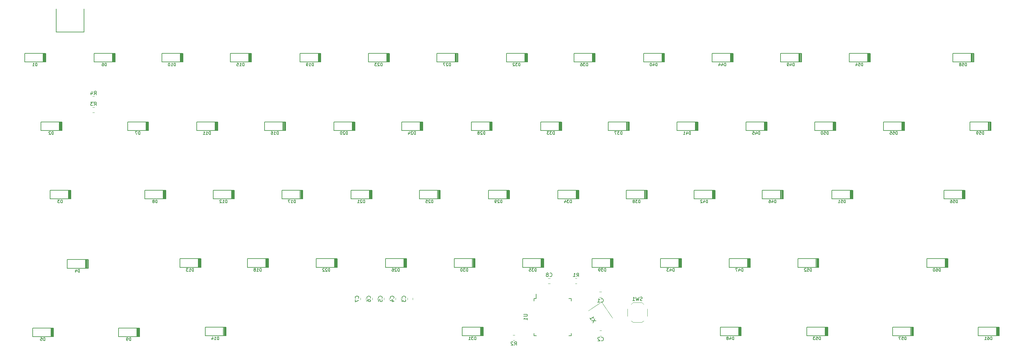
<source format=gbo>
%TF.GenerationSoftware,KiCad,Pcbnew,(5.1.10)-1*%
%TF.CreationDate,2022-03-05T23:42:07-05:00*%
%TF.ProjectId,Keebrov2,4b656562-726f-4763-922e-6b696361645f,rev?*%
%TF.SameCoordinates,Original*%
%TF.FileFunction,Legend,Bot*%
%TF.FilePolarity,Positive*%
%FSLAX46Y46*%
G04 Gerber Fmt 4.6, Leading zero omitted, Abs format (unit mm)*
G04 Created by KiCad (PCBNEW (5.1.10)-1) date 2022-03-05 23:42:07*
%MOMM*%
%LPD*%
G01*
G04 APERTURE LIST*
%ADD10C,0.120000*%
%ADD11C,0.150000*%
%ADD12C,0.200000*%
G04 APERTURE END LIST*
D10*
%TO.C,X1*%
X180314062Y-132281374D02*
X183333703Y-136758177D01*
X176666297Y-134741823D02*
X180314062Y-132281374D01*
D11*
%TO.C,U1*%
X161575000Y-131325000D02*
X162150000Y-131325000D01*
X161575000Y-141675000D02*
X162250000Y-141675000D01*
X171925000Y-141675000D02*
X171250000Y-141675000D01*
X171925000Y-131325000D02*
X171250000Y-131325000D01*
X161575000Y-131325000D02*
X161575000Y-132000000D01*
X171925000Y-131325000D02*
X171925000Y-132000000D01*
X171925000Y-141675000D02*
X171925000Y-141000000D01*
X161575000Y-141675000D02*
X161575000Y-141000000D01*
X162150000Y-131325000D02*
X162150000Y-130050000D01*
D10*
%TO.C,SW1*%
X191950000Y-137550000D02*
X191500000Y-138000000D01*
X188550000Y-137550000D02*
X189000000Y-138000000D01*
X188550000Y-132950000D02*
X189000000Y-132500000D01*
X191950000Y-132950000D02*
X191500000Y-132500000D01*
X187500000Y-134250000D02*
X187500000Y-136250000D01*
X191500000Y-138000000D02*
X189000000Y-138000000D01*
X193000000Y-134250000D02*
X193000000Y-136250000D01*
X191500000Y-132500000D02*
X189000000Y-132500000D01*
%TO.C,R4*%
X39727064Y-75265000D02*
X39272936Y-75265000D01*
X39727064Y-76735000D02*
X39272936Y-76735000D01*
%TO.C,R3*%
X39727064Y-78265000D02*
X39272936Y-78265000D01*
X39727064Y-79735000D02*
X39272936Y-79735000D01*
%TO.C,R2*%
X155772936Y-142985000D02*
X156227064Y-142985000D01*
X155772936Y-141515000D02*
X156227064Y-141515000D01*
%TO.C,R1*%
X173477064Y-125765000D02*
X173022936Y-125765000D01*
X173477064Y-127235000D02*
X173022936Y-127235000D01*
D12*
%TO.C,J1*%
X36850000Y-57400000D02*
X36850000Y-50900000D01*
X29150000Y-57400000D02*
X29150000Y-50900000D01*
X29150000Y-57400000D02*
X36850000Y-57400000D01*
%TO.C,D61*%
X289775000Y-139300000D02*
X289775000Y-141700000D01*
X289950000Y-139300000D02*
X289950000Y-141700000D01*
X290125000Y-139300000D02*
X290125000Y-141700000D01*
X290525000Y-141700000D02*
X290525000Y-139300000D01*
X290300000Y-139300000D02*
X290300000Y-141700000D01*
X290425000Y-139300000D02*
X290425000Y-141700000D01*
X290500000Y-139300000D02*
X284700000Y-139300000D01*
X284700000Y-139300000D02*
X284700000Y-141700000D01*
X284700000Y-141700000D02*
X290500000Y-141700000D01*
%TO.C,D60*%
X275525000Y-120300000D02*
X275525000Y-122700000D01*
X275700000Y-120300000D02*
X275700000Y-122700000D01*
X275875000Y-120300000D02*
X275875000Y-122700000D01*
X276275000Y-122700000D02*
X276275000Y-120300000D01*
X276050000Y-120300000D02*
X276050000Y-122700000D01*
X276175000Y-120300000D02*
X276175000Y-122700000D01*
X276250000Y-120300000D02*
X270450000Y-120300000D01*
X270450000Y-120300000D02*
X270450000Y-122700000D01*
X270450000Y-122700000D02*
X276250000Y-122700000D01*
%TO.C,D59*%
X287525000Y-82300000D02*
X287525000Y-84700000D01*
X287700000Y-82300000D02*
X287700000Y-84700000D01*
X287875000Y-82300000D02*
X287875000Y-84700000D01*
X288275000Y-84700000D02*
X288275000Y-82300000D01*
X288050000Y-82300000D02*
X288050000Y-84700000D01*
X288175000Y-82300000D02*
X288175000Y-84700000D01*
X288250000Y-82300000D02*
X282450000Y-82300000D01*
X282450000Y-82300000D02*
X282450000Y-84700000D01*
X282450000Y-84700000D02*
X288250000Y-84700000D01*
%TO.C,D58*%
X282775000Y-63300000D02*
X282775000Y-65700000D01*
X282950000Y-63300000D02*
X282950000Y-65700000D01*
X283125000Y-63300000D02*
X283125000Y-65700000D01*
X283525000Y-65700000D02*
X283525000Y-63300000D01*
X283300000Y-63300000D02*
X283300000Y-65700000D01*
X283425000Y-63300000D02*
X283425000Y-65700000D01*
X283500000Y-63300000D02*
X277700000Y-63300000D01*
X277700000Y-63300000D02*
X277700000Y-65700000D01*
X277700000Y-65700000D02*
X283500000Y-65700000D01*
%TO.C,D57*%
X266025000Y-139300000D02*
X266025000Y-141700000D01*
X266200000Y-139300000D02*
X266200000Y-141700000D01*
X266375000Y-139300000D02*
X266375000Y-141700000D01*
X266775000Y-141700000D02*
X266775000Y-139300000D01*
X266550000Y-139300000D02*
X266550000Y-141700000D01*
X266675000Y-139300000D02*
X266675000Y-141700000D01*
X266750000Y-139300000D02*
X260950000Y-139300000D01*
X260950000Y-139300000D02*
X260950000Y-141700000D01*
X260950000Y-141700000D02*
X266750000Y-141700000D01*
%TO.C,D56*%
X280275000Y-101300000D02*
X280275000Y-103700000D01*
X280450000Y-101300000D02*
X280450000Y-103700000D01*
X280625000Y-101300000D02*
X280625000Y-103700000D01*
X281025000Y-103700000D02*
X281025000Y-101300000D01*
X280800000Y-101300000D02*
X280800000Y-103700000D01*
X280925000Y-101300000D02*
X280925000Y-103700000D01*
X281000000Y-101300000D02*
X275200000Y-101300000D01*
X275200000Y-101300000D02*
X275200000Y-103700000D01*
X275200000Y-103700000D02*
X281000000Y-103700000D01*
%TO.C,D55*%
X263525000Y-82300000D02*
X263525000Y-84700000D01*
X263700000Y-82300000D02*
X263700000Y-84700000D01*
X263875000Y-82300000D02*
X263875000Y-84700000D01*
X264275000Y-84700000D02*
X264275000Y-82300000D01*
X264050000Y-82300000D02*
X264050000Y-84700000D01*
X264175000Y-82300000D02*
X264175000Y-84700000D01*
X264250000Y-82300000D02*
X258450000Y-82300000D01*
X258450000Y-82300000D02*
X258450000Y-84700000D01*
X258450000Y-84700000D02*
X264250000Y-84700000D01*
%TO.C,D54*%
X254025000Y-63300000D02*
X254025000Y-65700000D01*
X254200000Y-63300000D02*
X254200000Y-65700000D01*
X254375000Y-63300000D02*
X254375000Y-65700000D01*
X254775000Y-65700000D02*
X254775000Y-63300000D01*
X254550000Y-63300000D02*
X254550000Y-65700000D01*
X254675000Y-63300000D02*
X254675000Y-65700000D01*
X254750000Y-63300000D02*
X248950000Y-63300000D01*
X248950000Y-63300000D02*
X248950000Y-65700000D01*
X248950000Y-65700000D02*
X254750000Y-65700000D01*
%TO.C,D53*%
X242275000Y-139300000D02*
X242275000Y-141700000D01*
X242450000Y-139300000D02*
X242450000Y-141700000D01*
X242625000Y-139300000D02*
X242625000Y-141700000D01*
X243025000Y-141700000D02*
X243025000Y-139300000D01*
X242800000Y-139300000D02*
X242800000Y-141700000D01*
X242925000Y-139300000D02*
X242925000Y-141700000D01*
X243000000Y-139300000D02*
X237200000Y-139300000D01*
X237200000Y-139300000D02*
X237200000Y-141700000D01*
X237200000Y-141700000D02*
X243000000Y-141700000D01*
%TO.C,D52*%
X239775000Y-120300000D02*
X239775000Y-122700000D01*
X239950000Y-120300000D02*
X239950000Y-122700000D01*
X240125000Y-120300000D02*
X240125000Y-122700000D01*
X240525000Y-122700000D02*
X240525000Y-120300000D01*
X240300000Y-120300000D02*
X240300000Y-122700000D01*
X240425000Y-120300000D02*
X240425000Y-122700000D01*
X240500000Y-120300000D02*
X234700000Y-120300000D01*
X234700000Y-120300000D02*
X234700000Y-122700000D01*
X234700000Y-122700000D02*
X240500000Y-122700000D01*
%TO.C,D51*%
X249200000Y-101300000D02*
X249200000Y-103700000D01*
X249375000Y-101300000D02*
X249375000Y-103700000D01*
X249550000Y-101300000D02*
X249550000Y-103700000D01*
X249950000Y-103700000D02*
X249950000Y-101300000D01*
X249725000Y-101300000D02*
X249725000Y-103700000D01*
X249850000Y-101300000D02*
X249850000Y-103700000D01*
X249925000Y-101300000D02*
X244125000Y-101300000D01*
X244125000Y-101300000D02*
X244125000Y-103700000D01*
X244125000Y-103700000D02*
X249925000Y-103700000D01*
%TO.C,D50*%
X244450000Y-82300000D02*
X244450000Y-84700000D01*
X244625000Y-82300000D02*
X244625000Y-84700000D01*
X244800000Y-82300000D02*
X244800000Y-84700000D01*
X245200000Y-84700000D02*
X245200000Y-82300000D01*
X244975000Y-82300000D02*
X244975000Y-84700000D01*
X245100000Y-82300000D02*
X245100000Y-84700000D01*
X245175000Y-82300000D02*
X239375000Y-82300000D01*
X239375000Y-82300000D02*
X239375000Y-84700000D01*
X239375000Y-84700000D02*
X245175000Y-84700000D01*
%TO.C,D49*%
X235025000Y-63300000D02*
X235025000Y-65700000D01*
X235200000Y-63300000D02*
X235200000Y-65700000D01*
X235375000Y-63300000D02*
X235375000Y-65700000D01*
X235775000Y-65700000D02*
X235775000Y-63300000D01*
X235550000Y-63300000D02*
X235550000Y-65700000D01*
X235675000Y-63300000D02*
X235675000Y-65700000D01*
X235750000Y-63300000D02*
X229950000Y-63300000D01*
X229950000Y-63300000D02*
X229950000Y-65700000D01*
X229950000Y-65700000D02*
X235750000Y-65700000D01*
%TO.C,D48*%
X218275000Y-139300000D02*
X218275000Y-141700000D01*
X218450000Y-139300000D02*
X218450000Y-141700000D01*
X218625000Y-139300000D02*
X218625000Y-141700000D01*
X219025000Y-141700000D02*
X219025000Y-139300000D01*
X218800000Y-139300000D02*
X218800000Y-141700000D01*
X218925000Y-139300000D02*
X218925000Y-141700000D01*
X219000000Y-139300000D02*
X213200000Y-139300000D01*
X213200000Y-139300000D02*
X213200000Y-141700000D01*
X213200000Y-141700000D02*
X219000000Y-141700000D01*
%TO.C,D47*%
X220775000Y-120300000D02*
X220775000Y-122700000D01*
X220950000Y-120300000D02*
X220950000Y-122700000D01*
X221125000Y-120300000D02*
X221125000Y-122700000D01*
X221525000Y-122700000D02*
X221525000Y-120300000D01*
X221300000Y-120300000D02*
X221300000Y-122700000D01*
X221425000Y-120300000D02*
X221425000Y-122700000D01*
X221500000Y-120300000D02*
X215700000Y-120300000D01*
X215700000Y-120300000D02*
X215700000Y-122700000D01*
X215700000Y-122700000D02*
X221500000Y-122700000D01*
%TO.C,D46*%
X229950000Y-101300000D02*
X229950000Y-103700000D01*
X230125000Y-101300000D02*
X230125000Y-103700000D01*
X230300000Y-101300000D02*
X230300000Y-103700000D01*
X230700000Y-103700000D02*
X230700000Y-101300000D01*
X230475000Y-101300000D02*
X230475000Y-103700000D01*
X230600000Y-101300000D02*
X230600000Y-103700000D01*
X230675000Y-101300000D02*
X224875000Y-101300000D01*
X224875000Y-101300000D02*
X224875000Y-103700000D01*
X224875000Y-103700000D02*
X230675000Y-103700000D01*
%TO.C,D45*%
X225450000Y-82300000D02*
X225450000Y-84700000D01*
X225625000Y-82300000D02*
X225625000Y-84700000D01*
X225800000Y-82300000D02*
X225800000Y-84700000D01*
X226200000Y-84700000D02*
X226200000Y-82300000D01*
X225975000Y-82300000D02*
X225975000Y-84700000D01*
X226100000Y-82300000D02*
X226100000Y-84700000D01*
X226175000Y-82300000D02*
X220375000Y-82300000D01*
X220375000Y-82300000D02*
X220375000Y-84700000D01*
X220375000Y-84700000D02*
X226175000Y-84700000D01*
%TO.C,D44*%
X216025000Y-63300000D02*
X216025000Y-65700000D01*
X216200000Y-63300000D02*
X216200000Y-65700000D01*
X216375000Y-63300000D02*
X216375000Y-65700000D01*
X216775000Y-65700000D02*
X216775000Y-63300000D01*
X216550000Y-63300000D02*
X216550000Y-65700000D01*
X216675000Y-63300000D02*
X216675000Y-65700000D01*
X216750000Y-63300000D02*
X210950000Y-63300000D01*
X210950000Y-63300000D02*
X210950000Y-65700000D01*
X210950000Y-65700000D02*
X216750000Y-65700000D01*
%TO.C,D43*%
X201725000Y-120300000D02*
X201725000Y-122700000D01*
X201900000Y-120300000D02*
X201900000Y-122700000D01*
X202075000Y-120300000D02*
X202075000Y-122700000D01*
X202475000Y-122700000D02*
X202475000Y-120300000D01*
X202250000Y-120300000D02*
X202250000Y-122700000D01*
X202375000Y-120300000D02*
X202375000Y-122700000D01*
X202450000Y-120300000D02*
X196650000Y-120300000D01*
X196650000Y-120300000D02*
X196650000Y-122700000D01*
X196650000Y-122700000D02*
X202450000Y-122700000D01*
%TO.C,D42*%
X211025000Y-101300000D02*
X211025000Y-103700000D01*
X211200000Y-101300000D02*
X211200000Y-103700000D01*
X211375000Y-101300000D02*
X211375000Y-103700000D01*
X211775000Y-103700000D02*
X211775000Y-101300000D01*
X211550000Y-101300000D02*
X211550000Y-103700000D01*
X211675000Y-101300000D02*
X211675000Y-103700000D01*
X211750000Y-101300000D02*
X205950000Y-101300000D01*
X205950000Y-101300000D02*
X205950000Y-103700000D01*
X205950000Y-103700000D02*
X211750000Y-103700000D01*
%TO.C,D41*%
X206275000Y-82300000D02*
X206275000Y-84700000D01*
X206450000Y-82300000D02*
X206450000Y-84700000D01*
X206625000Y-82300000D02*
X206625000Y-84700000D01*
X207025000Y-84700000D02*
X207025000Y-82300000D01*
X206800000Y-82300000D02*
X206800000Y-84700000D01*
X206925000Y-82300000D02*
X206925000Y-84700000D01*
X207000000Y-82300000D02*
X201200000Y-82300000D01*
X201200000Y-82300000D02*
X201200000Y-84700000D01*
X201200000Y-84700000D02*
X207000000Y-84700000D01*
%TO.C,D40*%
X197025000Y-63300000D02*
X197025000Y-65700000D01*
X197200000Y-63300000D02*
X197200000Y-65700000D01*
X197375000Y-63300000D02*
X197375000Y-65700000D01*
X197775000Y-65700000D02*
X197775000Y-63300000D01*
X197550000Y-63300000D02*
X197550000Y-65700000D01*
X197675000Y-63300000D02*
X197675000Y-65700000D01*
X197750000Y-63300000D02*
X191950000Y-63300000D01*
X191950000Y-63300000D02*
X191950000Y-65700000D01*
X191950000Y-65700000D02*
X197750000Y-65700000D01*
%TO.C,D39*%
X182775000Y-120300000D02*
X182775000Y-122700000D01*
X182950000Y-120300000D02*
X182950000Y-122700000D01*
X183125000Y-120300000D02*
X183125000Y-122700000D01*
X183525000Y-122700000D02*
X183525000Y-120300000D01*
X183300000Y-120300000D02*
X183300000Y-122700000D01*
X183425000Y-120300000D02*
X183425000Y-122700000D01*
X183500000Y-120300000D02*
X177700000Y-120300000D01*
X177700000Y-120300000D02*
X177700000Y-122700000D01*
X177700000Y-122700000D02*
X183500000Y-122700000D01*
%TO.C,D38*%
X192275000Y-101300000D02*
X192275000Y-103700000D01*
X192450000Y-101300000D02*
X192450000Y-103700000D01*
X192625000Y-101300000D02*
X192625000Y-103700000D01*
X193025000Y-103700000D02*
X193025000Y-101300000D01*
X192800000Y-101300000D02*
X192800000Y-103700000D01*
X192925000Y-101300000D02*
X192925000Y-103700000D01*
X193000000Y-101300000D02*
X187200000Y-101300000D01*
X187200000Y-101300000D02*
X187200000Y-103700000D01*
X187200000Y-103700000D02*
X193000000Y-103700000D01*
%TO.C,D37*%
X187275000Y-82300000D02*
X187275000Y-84700000D01*
X187450000Y-82300000D02*
X187450000Y-84700000D01*
X187625000Y-82300000D02*
X187625000Y-84700000D01*
X188025000Y-84700000D02*
X188025000Y-82300000D01*
X187800000Y-82300000D02*
X187800000Y-84700000D01*
X187925000Y-82300000D02*
X187925000Y-84700000D01*
X188000000Y-82300000D02*
X182200000Y-82300000D01*
X182200000Y-82300000D02*
X182200000Y-84700000D01*
X182200000Y-84700000D02*
X188000000Y-84700000D01*
%TO.C,D36*%
X177775000Y-63300000D02*
X177775000Y-65700000D01*
X177950000Y-63300000D02*
X177950000Y-65700000D01*
X178125000Y-63300000D02*
X178125000Y-65700000D01*
X178525000Y-65700000D02*
X178525000Y-63300000D01*
X178300000Y-63300000D02*
X178300000Y-65700000D01*
X178425000Y-63300000D02*
X178425000Y-65700000D01*
X178500000Y-63300000D02*
X172700000Y-63300000D01*
X172700000Y-63300000D02*
X172700000Y-65700000D01*
X172700000Y-65700000D02*
X178500000Y-65700000D01*
%TO.C,D35*%
X163525000Y-120300000D02*
X163525000Y-122700000D01*
X163700000Y-120300000D02*
X163700000Y-122700000D01*
X163875000Y-120300000D02*
X163875000Y-122700000D01*
X164275000Y-122700000D02*
X164275000Y-120300000D01*
X164050000Y-120300000D02*
X164050000Y-122700000D01*
X164175000Y-120300000D02*
X164175000Y-122700000D01*
X164250000Y-120300000D02*
X158450000Y-120300000D01*
X158450000Y-120300000D02*
X158450000Y-122700000D01*
X158450000Y-122700000D02*
X164250000Y-122700000D01*
%TO.C,D34*%
X173275000Y-101300000D02*
X173275000Y-103700000D01*
X173450000Y-101300000D02*
X173450000Y-103700000D01*
X173625000Y-101300000D02*
X173625000Y-103700000D01*
X174025000Y-103700000D02*
X174025000Y-101300000D01*
X173800000Y-101300000D02*
X173800000Y-103700000D01*
X173925000Y-101300000D02*
X173925000Y-103700000D01*
X174000000Y-101300000D02*
X168200000Y-101300000D01*
X168200000Y-101300000D02*
X168200000Y-103700000D01*
X168200000Y-103700000D02*
X174000000Y-103700000D01*
%TO.C,D33*%
X168525000Y-82300000D02*
X168525000Y-84700000D01*
X168700000Y-82300000D02*
X168700000Y-84700000D01*
X168875000Y-82300000D02*
X168875000Y-84700000D01*
X169275000Y-84700000D02*
X169275000Y-82300000D01*
X169050000Y-82300000D02*
X169050000Y-84700000D01*
X169175000Y-82300000D02*
X169175000Y-84700000D01*
X169250000Y-82300000D02*
X163450000Y-82300000D01*
X163450000Y-82300000D02*
X163450000Y-84700000D01*
X163450000Y-84700000D02*
X169250000Y-84700000D01*
%TO.C,D32*%
X159025000Y-63300000D02*
X159025000Y-65700000D01*
X159200000Y-63300000D02*
X159200000Y-65700000D01*
X159375000Y-63300000D02*
X159375000Y-65700000D01*
X159775000Y-65700000D02*
X159775000Y-63300000D01*
X159550000Y-63300000D02*
X159550000Y-65700000D01*
X159675000Y-63300000D02*
X159675000Y-65700000D01*
X159750000Y-63300000D02*
X153950000Y-63300000D01*
X153950000Y-63300000D02*
X153950000Y-65700000D01*
X153950000Y-65700000D02*
X159750000Y-65700000D01*
%TO.C,D31*%
X146775000Y-139300000D02*
X146775000Y-141700000D01*
X146950000Y-139300000D02*
X146950000Y-141700000D01*
X147125000Y-139300000D02*
X147125000Y-141700000D01*
X147525000Y-141700000D02*
X147525000Y-139300000D01*
X147300000Y-139300000D02*
X147300000Y-141700000D01*
X147425000Y-139300000D02*
X147425000Y-141700000D01*
X147500000Y-139300000D02*
X141700000Y-139300000D01*
X141700000Y-139300000D02*
X141700000Y-141700000D01*
X141700000Y-141700000D02*
X147500000Y-141700000D01*
%TO.C,D30*%
X144525000Y-120300000D02*
X144525000Y-122700000D01*
X144700000Y-120300000D02*
X144700000Y-122700000D01*
X144875000Y-120300000D02*
X144875000Y-122700000D01*
X145275000Y-122700000D02*
X145275000Y-120300000D01*
X145050000Y-120300000D02*
X145050000Y-122700000D01*
X145175000Y-120300000D02*
X145175000Y-122700000D01*
X145250000Y-120300000D02*
X139450000Y-120300000D01*
X139450000Y-120300000D02*
X139450000Y-122700000D01*
X139450000Y-122700000D02*
X145250000Y-122700000D01*
%TO.C,D29*%
X154025000Y-101300000D02*
X154025000Y-103700000D01*
X154200000Y-101300000D02*
X154200000Y-103700000D01*
X154375000Y-101300000D02*
X154375000Y-103700000D01*
X154775000Y-103700000D02*
X154775000Y-101300000D01*
X154550000Y-101300000D02*
X154550000Y-103700000D01*
X154675000Y-101300000D02*
X154675000Y-103700000D01*
X154750000Y-101300000D02*
X148950000Y-101300000D01*
X148950000Y-101300000D02*
X148950000Y-103700000D01*
X148950000Y-103700000D02*
X154750000Y-103700000D01*
%TO.C,D28*%
X149275000Y-82300000D02*
X149275000Y-84700000D01*
X149450000Y-82300000D02*
X149450000Y-84700000D01*
X149625000Y-82300000D02*
X149625000Y-84700000D01*
X150025000Y-84700000D02*
X150025000Y-82300000D01*
X149800000Y-82300000D02*
X149800000Y-84700000D01*
X149925000Y-82300000D02*
X149925000Y-84700000D01*
X150000000Y-82300000D02*
X144200000Y-82300000D01*
X144200000Y-82300000D02*
X144200000Y-84700000D01*
X144200000Y-84700000D02*
X150000000Y-84700000D01*
%TO.C,D27*%
X139775000Y-63300000D02*
X139775000Y-65700000D01*
X139950000Y-63300000D02*
X139950000Y-65700000D01*
X140125000Y-63300000D02*
X140125000Y-65700000D01*
X140525000Y-65700000D02*
X140525000Y-63300000D01*
X140300000Y-63300000D02*
X140300000Y-65700000D01*
X140425000Y-63300000D02*
X140425000Y-65700000D01*
X140500000Y-63300000D02*
X134700000Y-63300000D01*
X134700000Y-63300000D02*
X134700000Y-65700000D01*
X134700000Y-65700000D02*
X140500000Y-65700000D01*
%TO.C,D26*%
X125525000Y-120300000D02*
X125525000Y-122700000D01*
X125700000Y-120300000D02*
X125700000Y-122700000D01*
X125875000Y-120300000D02*
X125875000Y-122700000D01*
X126275000Y-122700000D02*
X126275000Y-120300000D01*
X126050000Y-120300000D02*
X126050000Y-122700000D01*
X126175000Y-120300000D02*
X126175000Y-122700000D01*
X126250000Y-120300000D02*
X120450000Y-120300000D01*
X120450000Y-120300000D02*
X120450000Y-122700000D01*
X120450000Y-122700000D02*
X126250000Y-122700000D01*
%TO.C,D25*%
X134875000Y-101300000D02*
X134875000Y-103700000D01*
X135050000Y-101300000D02*
X135050000Y-103700000D01*
X135225000Y-101300000D02*
X135225000Y-103700000D01*
X135625000Y-103700000D02*
X135625000Y-101300000D01*
X135400000Y-101300000D02*
X135400000Y-103700000D01*
X135525000Y-101300000D02*
X135525000Y-103700000D01*
X135600000Y-101300000D02*
X129800000Y-101300000D01*
X129800000Y-101300000D02*
X129800000Y-103700000D01*
X129800000Y-103700000D02*
X135600000Y-103700000D01*
%TO.C,D24*%
X130025000Y-82300000D02*
X130025000Y-84700000D01*
X130200000Y-82300000D02*
X130200000Y-84700000D01*
X130375000Y-82300000D02*
X130375000Y-84700000D01*
X130775000Y-84700000D02*
X130775000Y-82300000D01*
X130550000Y-82300000D02*
X130550000Y-84700000D01*
X130675000Y-82300000D02*
X130675000Y-84700000D01*
X130750000Y-82300000D02*
X124950000Y-82300000D01*
X124950000Y-82300000D02*
X124950000Y-84700000D01*
X124950000Y-84700000D02*
X130750000Y-84700000D01*
%TO.C,D23*%
X120775000Y-63300000D02*
X120775000Y-65700000D01*
X120950000Y-63300000D02*
X120950000Y-65700000D01*
X121125000Y-63300000D02*
X121125000Y-65700000D01*
X121525000Y-65700000D02*
X121525000Y-63300000D01*
X121300000Y-63300000D02*
X121300000Y-65700000D01*
X121425000Y-63300000D02*
X121425000Y-65700000D01*
X121500000Y-63300000D02*
X115700000Y-63300000D01*
X115700000Y-63300000D02*
X115700000Y-65700000D01*
X115700000Y-65700000D02*
X121500000Y-65700000D01*
%TO.C,D22*%
X106275000Y-120300000D02*
X106275000Y-122700000D01*
X106450000Y-120300000D02*
X106450000Y-122700000D01*
X106625000Y-120300000D02*
X106625000Y-122700000D01*
X107025000Y-122700000D02*
X107025000Y-120300000D01*
X106800000Y-120300000D02*
X106800000Y-122700000D01*
X106925000Y-120300000D02*
X106925000Y-122700000D01*
X107000000Y-120300000D02*
X101200000Y-120300000D01*
X101200000Y-120300000D02*
X101200000Y-122700000D01*
X101200000Y-122700000D02*
X107000000Y-122700000D01*
%TO.C,D21*%
X115950000Y-101300000D02*
X115950000Y-103700000D01*
X116125000Y-101300000D02*
X116125000Y-103700000D01*
X116300000Y-101300000D02*
X116300000Y-103700000D01*
X116700000Y-103700000D02*
X116700000Y-101300000D01*
X116475000Y-101300000D02*
X116475000Y-103700000D01*
X116600000Y-101300000D02*
X116600000Y-103700000D01*
X116675000Y-101300000D02*
X110875000Y-101300000D01*
X110875000Y-101300000D02*
X110875000Y-103700000D01*
X110875000Y-103700000D02*
X116675000Y-103700000D01*
%TO.C,D20*%
X111200000Y-82300000D02*
X111200000Y-84700000D01*
X111375000Y-82300000D02*
X111375000Y-84700000D01*
X111550000Y-82300000D02*
X111550000Y-84700000D01*
X111950000Y-84700000D02*
X111950000Y-82300000D01*
X111725000Y-82300000D02*
X111725000Y-84700000D01*
X111850000Y-82300000D02*
X111850000Y-84700000D01*
X111925000Y-82300000D02*
X106125000Y-82300000D01*
X106125000Y-82300000D02*
X106125000Y-84700000D01*
X106125000Y-84700000D02*
X111925000Y-84700000D01*
%TO.C,D19*%
X101775000Y-63300000D02*
X101775000Y-65700000D01*
X101950000Y-63300000D02*
X101950000Y-65700000D01*
X102125000Y-63300000D02*
X102125000Y-65700000D01*
X102525000Y-65700000D02*
X102525000Y-63300000D01*
X102300000Y-63300000D02*
X102300000Y-65700000D01*
X102425000Y-63300000D02*
X102425000Y-65700000D01*
X102500000Y-63300000D02*
X96700000Y-63300000D01*
X96700000Y-63300000D02*
X96700000Y-65700000D01*
X96700000Y-65700000D02*
X102500000Y-65700000D01*
%TO.C,D18*%
X87275000Y-120300000D02*
X87275000Y-122700000D01*
X87450000Y-120300000D02*
X87450000Y-122700000D01*
X87625000Y-120300000D02*
X87625000Y-122700000D01*
X88025000Y-122700000D02*
X88025000Y-120300000D01*
X87800000Y-120300000D02*
X87800000Y-122700000D01*
X87925000Y-120300000D02*
X87925000Y-122700000D01*
X88000000Y-120300000D02*
X82200000Y-120300000D01*
X82200000Y-120300000D02*
X82200000Y-122700000D01*
X82200000Y-122700000D02*
X88000000Y-122700000D01*
%TO.C,D17*%
X96775000Y-101300000D02*
X96775000Y-103700000D01*
X96950000Y-101300000D02*
X96950000Y-103700000D01*
X97125000Y-101300000D02*
X97125000Y-103700000D01*
X97525000Y-103700000D02*
X97525000Y-101300000D01*
X97300000Y-101300000D02*
X97300000Y-103700000D01*
X97425000Y-101300000D02*
X97425000Y-103700000D01*
X97500000Y-101300000D02*
X91700000Y-101300000D01*
X91700000Y-101300000D02*
X91700000Y-103700000D01*
X91700000Y-103700000D02*
X97500000Y-103700000D01*
%TO.C,D16*%
X92025000Y-82300000D02*
X92025000Y-84700000D01*
X92200000Y-82300000D02*
X92200000Y-84700000D01*
X92375000Y-82300000D02*
X92375000Y-84700000D01*
X92775000Y-84700000D02*
X92775000Y-82300000D01*
X92550000Y-82300000D02*
X92550000Y-84700000D01*
X92675000Y-82300000D02*
X92675000Y-84700000D01*
X92750000Y-82300000D02*
X86950000Y-82300000D01*
X86950000Y-82300000D02*
X86950000Y-84700000D01*
X86950000Y-84700000D02*
X92750000Y-84700000D01*
%TO.C,D15*%
X82525000Y-63300000D02*
X82525000Y-65700000D01*
X82700000Y-63300000D02*
X82700000Y-65700000D01*
X82875000Y-63300000D02*
X82875000Y-65700000D01*
X83275000Y-65700000D02*
X83275000Y-63300000D01*
X83050000Y-63300000D02*
X83050000Y-65700000D01*
X83175000Y-63300000D02*
X83175000Y-65700000D01*
X83250000Y-63300000D02*
X77450000Y-63300000D01*
X77450000Y-63300000D02*
X77450000Y-65700000D01*
X77450000Y-65700000D02*
X83250000Y-65700000D01*
%TO.C,D14*%
X75525000Y-139300000D02*
X75525000Y-141700000D01*
X75700000Y-139300000D02*
X75700000Y-141700000D01*
X75875000Y-139300000D02*
X75875000Y-141700000D01*
X76275000Y-141700000D02*
X76275000Y-139300000D01*
X76050000Y-139300000D02*
X76050000Y-141700000D01*
X76175000Y-139300000D02*
X76175000Y-141700000D01*
X76250000Y-139300000D02*
X70450000Y-139300000D01*
X70450000Y-139300000D02*
X70450000Y-141700000D01*
X70450000Y-141700000D02*
X76250000Y-141700000D01*
%TO.C,D13*%
X68525000Y-120300000D02*
X68525000Y-122700000D01*
X68700000Y-120300000D02*
X68700000Y-122700000D01*
X68875000Y-120300000D02*
X68875000Y-122700000D01*
X69275000Y-122700000D02*
X69275000Y-120300000D01*
X69050000Y-120300000D02*
X69050000Y-122700000D01*
X69175000Y-120300000D02*
X69175000Y-122700000D01*
X69250000Y-120300000D02*
X63450000Y-120300000D01*
X63450000Y-120300000D02*
X63450000Y-122700000D01*
X63450000Y-122700000D02*
X69250000Y-122700000D01*
%TO.C,D12*%
X77775000Y-101300000D02*
X77775000Y-103700000D01*
X77950000Y-101300000D02*
X77950000Y-103700000D01*
X78125000Y-101300000D02*
X78125000Y-103700000D01*
X78525000Y-103700000D02*
X78525000Y-101300000D01*
X78300000Y-101300000D02*
X78300000Y-103700000D01*
X78425000Y-101300000D02*
X78425000Y-103700000D01*
X78500000Y-101300000D02*
X72700000Y-101300000D01*
X72700000Y-101300000D02*
X72700000Y-103700000D01*
X72700000Y-103700000D02*
X78500000Y-103700000D01*
%TO.C,D11*%
X73200000Y-82300000D02*
X73200000Y-84700000D01*
X73375000Y-82300000D02*
X73375000Y-84700000D01*
X73550000Y-82300000D02*
X73550000Y-84700000D01*
X73950000Y-84700000D02*
X73950000Y-82300000D01*
X73725000Y-82300000D02*
X73725000Y-84700000D01*
X73850000Y-82300000D02*
X73850000Y-84700000D01*
X73925000Y-82300000D02*
X68125000Y-82300000D01*
X68125000Y-82300000D02*
X68125000Y-84700000D01*
X68125000Y-84700000D02*
X73925000Y-84700000D01*
%TO.C,D10*%
X63525000Y-63300000D02*
X63525000Y-65700000D01*
X63700000Y-63300000D02*
X63700000Y-65700000D01*
X63875000Y-63300000D02*
X63875000Y-65700000D01*
X64275000Y-65700000D02*
X64275000Y-63300000D01*
X64050000Y-63300000D02*
X64050000Y-65700000D01*
X64175000Y-63300000D02*
X64175000Y-65700000D01*
X64250000Y-63300000D02*
X58450000Y-63300000D01*
X58450000Y-63300000D02*
X58450000Y-65700000D01*
X58450000Y-65700000D02*
X64250000Y-65700000D01*
%TO.C,D9*%
X51525000Y-139550000D02*
X51525000Y-141950000D01*
X51700000Y-139550000D02*
X51700000Y-141950000D01*
X51875000Y-139550000D02*
X51875000Y-141950000D01*
X52275000Y-141950000D02*
X52275000Y-139550000D01*
X52050000Y-139550000D02*
X52050000Y-141950000D01*
X52175000Y-139550000D02*
X52175000Y-141950000D01*
X52250000Y-139550000D02*
X46450000Y-139550000D01*
X46450000Y-139550000D02*
X46450000Y-141950000D01*
X46450000Y-141950000D02*
X52250000Y-141950000D01*
%TO.C,D8*%
X58825000Y-101300000D02*
X58825000Y-103700000D01*
X59000000Y-101300000D02*
X59000000Y-103700000D01*
X59175000Y-101300000D02*
X59175000Y-103700000D01*
X59575000Y-103700000D02*
X59575000Y-101300000D01*
X59350000Y-101300000D02*
X59350000Y-103700000D01*
X59475000Y-101300000D02*
X59475000Y-103700000D01*
X59550000Y-101300000D02*
X53750000Y-101300000D01*
X53750000Y-101300000D02*
X53750000Y-103700000D01*
X53750000Y-103700000D02*
X59550000Y-103700000D01*
%TO.C,D7*%
X54025000Y-82300000D02*
X54025000Y-84700000D01*
X54200000Y-82300000D02*
X54200000Y-84700000D01*
X54375000Y-82300000D02*
X54375000Y-84700000D01*
X54775000Y-84700000D02*
X54775000Y-82300000D01*
X54550000Y-82300000D02*
X54550000Y-84700000D01*
X54675000Y-82300000D02*
X54675000Y-84700000D01*
X54750000Y-82300000D02*
X48950000Y-82300000D01*
X48950000Y-82300000D02*
X48950000Y-84700000D01*
X48950000Y-84700000D02*
X54750000Y-84700000D01*
%TO.C,D6*%
X44775000Y-63300000D02*
X44775000Y-65700000D01*
X44950000Y-63300000D02*
X44950000Y-65700000D01*
X45125000Y-63300000D02*
X45125000Y-65700000D01*
X45525000Y-65700000D02*
X45525000Y-63300000D01*
X45300000Y-63300000D02*
X45300000Y-65700000D01*
X45425000Y-63300000D02*
X45425000Y-65700000D01*
X45500000Y-63300000D02*
X39700000Y-63300000D01*
X39700000Y-63300000D02*
X39700000Y-65700000D01*
X39700000Y-65700000D02*
X45500000Y-65700000D01*
%TO.C,D5*%
X27700000Y-139550000D02*
X27700000Y-141950000D01*
X27875000Y-139550000D02*
X27875000Y-141950000D01*
X28050000Y-139550000D02*
X28050000Y-141950000D01*
X28450000Y-141950000D02*
X28450000Y-139550000D01*
X28225000Y-139550000D02*
X28225000Y-141950000D01*
X28350000Y-139550000D02*
X28350000Y-141950000D01*
X28425000Y-139550000D02*
X22625000Y-139550000D01*
X22625000Y-139550000D02*
X22625000Y-141950000D01*
X22625000Y-141950000D02*
X28425000Y-141950000D01*
%TO.C,D4*%
X37325000Y-120550000D02*
X37325000Y-122950000D01*
X37500000Y-120550000D02*
X37500000Y-122950000D01*
X37675000Y-120550000D02*
X37675000Y-122950000D01*
X38075000Y-122950000D02*
X38075000Y-120550000D01*
X37850000Y-120550000D02*
X37850000Y-122950000D01*
X37975000Y-120550000D02*
X37975000Y-122950000D01*
X38050000Y-120550000D02*
X32250000Y-120550000D01*
X32250000Y-120550000D02*
X32250000Y-122950000D01*
X32250000Y-122950000D02*
X38050000Y-122950000D01*
%TO.C,D3*%
X32525000Y-101300000D02*
X32525000Y-103700000D01*
X32700000Y-101300000D02*
X32700000Y-103700000D01*
X32875000Y-101300000D02*
X32875000Y-103700000D01*
X33275000Y-103700000D02*
X33275000Y-101300000D01*
X33050000Y-101300000D02*
X33050000Y-103700000D01*
X33175000Y-101300000D02*
X33175000Y-103700000D01*
X33250000Y-101300000D02*
X27450000Y-101300000D01*
X27450000Y-101300000D02*
X27450000Y-103700000D01*
X27450000Y-103700000D02*
X33250000Y-103700000D01*
%TO.C,D2*%
X30025000Y-82300000D02*
X30025000Y-84700000D01*
X30200000Y-82300000D02*
X30200000Y-84700000D01*
X30375000Y-82300000D02*
X30375000Y-84700000D01*
X30775000Y-84700000D02*
X30775000Y-82300000D01*
X30550000Y-82300000D02*
X30550000Y-84700000D01*
X30675000Y-82300000D02*
X30675000Y-84700000D01*
X30750000Y-82300000D02*
X24950000Y-82300000D01*
X24950000Y-82300000D02*
X24950000Y-84700000D01*
X24950000Y-84700000D02*
X30750000Y-84700000D01*
%TO.C,D1*%
X25525000Y-63300000D02*
X25525000Y-65700000D01*
X25700000Y-63300000D02*
X25700000Y-65700000D01*
X25875000Y-63300000D02*
X25875000Y-65700000D01*
X26275000Y-65700000D02*
X26275000Y-63300000D01*
X26050000Y-63300000D02*
X26050000Y-65700000D01*
X26175000Y-63300000D02*
X26175000Y-65700000D01*
X26250000Y-63300000D02*
X20450000Y-63300000D01*
X20450000Y-63300000D02*
X20450000Y-65700000D01*
X20450000Y-65700000D02*
X26250000Y-65700000D01*
D10*
%TO.C,C8*%
X166048752Y-125765000D02*
X165526248Y-125765000D01*
X166048752Y-127235000D02*
X165526248Y-127235000D01*
%TO.C,C7*%
X113515000Y-131201248D02*
X113515000Y-131723752D01*
X114985000Y-131201248D02*
X114985000Y-131723752D01*
%TO.C,C6*%
X116765000Y-131201248D02*
X116765000Y-131723752D01*
X118235000Y-131201248D02*
X118235000Y-131723752D01*
%TO.C,C5*%
X120015000Y-131201248D02*
X120015000Y-131723752D01*
X121485000Y-131201248D02*
X121485000Y-131723752D01*
%TO.C,C4*%
X123265000Y-131201248D02*
X123265000Y-131723752D01*
X124735000Y-131201248D02*
X124735000Y-131723752D01*
%TO.C,C3*%
X126515000Y-131201248D02*
X126515000Y-131723752D01*
X127985000Y-131201248D02*
X127985000Y-131723752D01*
%TO.C,C2*%
X179776248Y-141735000D02*
X180298752Y-141735000D01*
X179776248Y-140265000D02*
X180298752Y-140265000D01*
%TO.C,C1*%
X179738748Y-130985000D02*
X180261252Y-130985000D01*
X179738748Y-129515000D02*
X180261252Y-129515000D01*
%TO.C,X1*%
D11*
X178792630Y-137540842D02*
X177590797Y-137547344D01*
X178419835Y-136988151D02*
X177963593Y-138100035D01*
X177084861Y-136797262D02*
X177404400Y-137270998D01*
X177244630Y-137034130D02*
X178073668Y-136474937D01*
X178008490Y-136633778D01*
X177982791Y-136765990D01*
X177996569Y-136871574D01*
%TO.C,U1*%
X158752380Y-135738095D02*
X159561904Y-135738095D01*
X159657142Y-135785714D01*
X159704761Y-135833333D01*
X159752380Y-135928571D01*
X159752380Y-136119047D01*
X159704761Y-136214285D01*
X159657142Y-136261904D01*
X159561904Y-136309523D01*
X158752380Y-136309523D01*
X159752380Y-137309523D02*
X159752380Y-136738095D01*
X159752380Y-137023809D02*
X158752380Y-137023809D01*
X158895238Y-136928571D01*
X158990476Y-136833333D01*
X159038095Y-136738095D01*
%TO.C,SW1*%
X191583333Y-131904761D02*
X191440476Y-131952380D01*
X191202380Y-131952380D01*
X191107142Y-131904761D01*
X191059523Y-131857142D01*
X191011904Y-131761904D01*
X191011904Y-131666666D01*
X191059523Y-131571428D01*
X191107142Y-131523809D01*
X191202380Y-131476190D01*
X191392857Y-131428571D01*
X191488095Y-131380952D01*
X191535714Y-131333333D01*
X191583333Y-131238095D01*
X191583333Y-131142857D01*
X191535714Y-131047619D01*
X191488095Y-131000000D01*
X191392857Y-130952380D01*
X191154761Y-130952380D01*
X191011904Y-131000000D01*
X190678571Y-130952380D02*
X190440476Y-131952380D01*
X190250000Y-131238095D01*
X190059523Y-131952380D01*
X189821428Y-130952380D01*
X188916666Y-131952380D02*
X189488095Y-131952380D01*
X189202380Y-131952380D02*
X189202380Y-130952380D01*
X189297619Y-131095238D01*
X189392857Y-131190476D01*
X189488095Y-131238095D01*
%TO.C,R4*%
X39666666Y-74802380D02*
X40000000Y-74326190D01*
X40238095Y-74802380D02*
X40238095Y-73802380D01*
X39857142Y-73802380D01*
X39761904Y-73850000D01*
X39714285Y-73897619D01*
X39666666Y-73992857D01*
X39666666Y-74135714D01*
X39714285Y-74230952D01*
X39761904Y-74278571D01*
X39857142Y-74326190D01*
X40238095Y-74326190D01*
X38809523Y-74135714D02*
X38809523Y-74802380D01*
X39047619Y-73754761D02*
X39285714Y-74469047D01*
X38666666Y-74469047D01*
%TO.C,R3*%
X39666666Y-77802380D02*
X40000000Y-77326190D01*
X40238095Y-77802380D02*
X40238095Y-76802380D01*
X39857142Y-76802380D01*
X39761904Y-76850000D01*
X39714285Y-76897619D01*
X39666666Y-76992857D01*
X39666666Y-77135714D01*
X39714285Y-77230952D01*
X39761904Y-77278571D01*
X39857142Y-77326190D01*
X40238095Y-77326190D01*
X39333333Y-76802380D02*
X38714285Y-76802380D01*
X39047619Y-77183333D01*
X38904761Y-77183333D01*
X38809523Y-77230952D01*
X38761904Y-77278571D01*
X38714285Y-77373809D01*
X38714285Y-77611904D01*
X38761904Y-77707142D01*
X38809523Y-77754761D01*
X38904761Y-77802380D01*
X39190476Y-77802380D01*
X39285714Y-77754761D01*
X39333333Y-77707142D01*
%TO.C,R2*%
X156166666Y-144352380D02*
X156500000Y-143876190D01*
X156738095Y-144352380D02*
X156738095Y-143352380D01*
X156357142Y-143352380D01*
X156261904Y-143400000D01*
X156214285Y-143447619D01*
X156166666Y-143542857D01*
X156166666Y-143685714D01*
X156214285Y-143780952D01*
X156261904Y-143828571D01*
X156357142Y-143876190D01*
X156738095Y-143876190D01*
X155785714Y-143447619D02*
X155738095Y-143400000D01*
X155642857Y-143352380D01*
X155404761Y-143352380D01*
X155309523Y-143400000D01*
X155261904Y-143447619D01*
X155214285Y-143542857D01*
X155214285Y-143638095D01*
X155261904Y-143780952D01*
X155833333Y-144352380D01*
X155214285Y-144352380D01*
%TO.C,R1*%
X173416666Y-125302380D02*
X173750000Y-124826190D01*
X173988095Y-125302380D02*
X173988095Y-124302380D01*
X173607142Y-124302380D01*
X173511904Y-124350000D01*
X173464285Y-124397619D01*
X173416666Y-124492857D01*
X173416666Y-124635714D01*
X173464285Y-124730952D01*
X173511904Y-124778571D01*
X173607142Y-124826190D01*
X173988095Y-124826190D01*
X172464285Y-125302380D02*
X173035714Y-125302380D01*
X172750000Y-125302380D02*
X172750000Y-124302380D01*
X172845238Y-124445238D01*
X172940476Y-124540476D01*
X173035714Y-124588095D01*
%TO.C,D61*%
X288471428Y-142786904D02*
X288471428Y-141986904D01*
X288280952Y-141986904D01*
X288166666Y-142025000D01*
X288090476Y-142101190D01*
X288052380Y-142177380D01*
X288014285Y-142329761D01*
X288014285Y-142444047D01*
X288052380Y-142596428D01*
X288090476Y-142672619D01*
X288166666Y-142748809D01*
X288280952Y-142786904D01*
X288471428Y-142786904D01*
X287328571Y-141986904D02*
X287480952Y-141986904D01*
X287557142Y-142025000D01*
X287595238Y-142063095D01*
X287671428Y-142177380D01*
X287709523Y-142329761D01*
X287709523Y-142634523D01*
X287671428Y-142710714D01*
X287633333Y-142748809D01*
X287557142Y-142786904D01*
X287404761Y-142786904D01*
X287328571Y-142748809D01*
X287290476Y-142710714D01*
X287252380Y-142634523D01*
X287252380Y-142444047D01*
X287290476Y-142367857D01*
X287328571Y-142329761D01*
X287404761Y-142291666D01*
X287557142Y-142291666D01*
X287633333Y-142329761D01*
X287671428Y-142367857D01*
X287709523Y-142444047D01*
X286490476Y-142786904D02*
X286947619Y-142786904D01*
X286719047Y-142786904D02*
X286719047Y-141986904D01*
X286795238Y-142101190D01*
X286871428Y-142177380D01*
X286947619Y-142215476D01*
%TO.C,D60*%
X274221428Y-123786904D02*
X274221428Y-122986904D01*
X274030952Y-122986904D01*
X273916666Y-123025000D01*
X273840476Y-123101190D01*
X273802380Y-123177380D01*
X273764285Y-123329761D01*
X273764285Y-123444047D01*
X273802380Y-123596428D01*
X273840476Y-123672619D01*
X273916666Y-123748809D01*
X274030952Y-123786904D01*
X274221428Y-123786904D01*
X273078571Y-122986904D02*
X273230952Y-122986904D01*
X273307142Y-123025000D01*
X273345238Y-123063095D01*
X273421428Y-123177380D01*
X273459523Y-123329761D01*
X273459523Y-123634523D01*
X273421428Y-123710714D01*
X273383333Y-123748809D01*
X273307142Y-123786904D01*
X273154761Y-123786904D01*
X273078571Y-123748809D01*
X273040476Y-123710714D01*
X273002380Y-123634523D01*
X273002380Y-123444047D01*
X273040476Y-123367857D01*
X273078571Y-123329761D01*
X273154761Y-123291666D01*
X273307142Y-123291666D01*
X273383333Y-123329761D01*
X273421428Y-123367857D01*
X273459523Y-123444047D01*
X272507142Y-122986904D02*
X272430952Y-122986904D01*
X272354761Y-123025000D01*
X272316666Y-123063095D01*
X272278571Y-123139285D01*
X272240476Y-123291666D01*
X272240476Y-123482142D01*
X272278571Y-123634523D01*
X272316666Y-123710714D01*
X272354761Y-123748809D01*
X272430952Y-123786904D01*
X272507142Y-123786904D01*
X272583333Y-123748809D01*
X272621428Y-123710714D01*
X272659523Y-123634523D01*
X272697619Y-123482142D01*
X272697619Y-123291666D01*
X272659523Y-123139285D01*
X272621428Y-123063095D01*
X272583333Y-123025000D01*
X272507142Y-122986904D01*
%TO.C,D59*%
X286221428Y-85786904D02*
X286221428Y-84986904D01*
X286030952Y-84986904D01*
X285916666Y-85025000D01*
X285840476Y-85101190D01*
X285802380Y-85177380D01*
X285764285Y-85329761D01*
X285764285Y-85444047D01*
X285802380Y-85596428D01*
X285840476Y-85672619D01*
X285916666Y-85748809D01*
X286030952Y-85786904D01*
X286221428Y-85786904D01*
X285040476Y-84986904D02*
X285421428Y-84986904D01*
X285459523Y-85367857D01*
X285421428Y-85329761D01*
X285345238Y-85291666D01*
X285154761Y-85291666D01*
X285078571Y-85329761D01*
X285040476Y-85367857D01*
X285002380Y-85444047D01*
X285002380Y-85634523D01*
X285040476Y-85710714D01*
X285078571Y-85748809D01*
X285154761Y-85786904D01*
X285345238Y-85786904D01*
X285421428Y-85748809D01*
X285459523Y-85710714D01*
X284621428Y-85786904D02*
X284469047Y-85786904D01*
X284392857Y-85748809D01*
X284354761Y-85710714D01*
X284278571Y-85596428D01*
X284240476Y-85444047D01*
X284240476Y-85139285D01*
X284278571Y-85063095D01*
X284316666Y-85025000D01*
X284392857Y-84986904D01*
X284545238Y-84986904D01*
X284621428Y-85025000D01*
X284659523Y-85063095D01*
X284697619Y-85139285D01*
X284697619Y-85329761D01*
X284659523Y-85405952D01*
X284621428Y-85444047D01*
X284545238Y-85482142D01*
X284392857Y-85482142D01*
X284316666Y-85444047D01*
X284278571Y-85405952D01*
X284240476Y-85329761D01*
%TO.C,D58*%
X281471428Y-66786904D02*
X281471428Y-65986904D01*
X281280952Y-65986904D01*
X281166666Y-66025000D01*
X281090476Y-66101190D01*
X281052380Y-66177380D01*
X281014285Y-66329761D01*
X281014285Y-66444047D01*
X281052380Y-66596428D01*
X281090476Y-66672619D01*
X281166666Y-66748809D01*
X281280952Y-66786904D01*
X281471428Y-66786904D01*
X280290476Y-65986904D02*
X280671428Y-65986904D01*
X280709523Y-66367857D01*
X280671428Y-66329761D01*
X280595238Y-66291666D01*
X280404761Y-66291666D01*
X280328571Y-66329761D01*
X280290476Y-66367857D01*
X280252380Y-66444047D01*
X280252380Y-66634523D01*
X280290476Y-66710714D01*
X280328571Y-66748809D01*
X280404761Y-66786904D01*
X280595238Y-66786904D01*
X280671428Y-66748809D01*
X280709523Y-66710714D01*
X279795238Y-66329761D02*
X279871428Y-66291666D01*
X279909523Y-66253571D01*
X279947619Y-66177380D01*
X279947619Y-66139285D01*
X279909523Y-66063095D01*
X279871428Y-66025000D01*
X279795238Y-65986904D01*
X279642857Y-65986904D01*
X279566666Y-66025000D01*
X279528571Y-66063095D01*
X279490476Y-66139285D01*
X279490476Y-66177380D01*
X279528571Y-66253571D01*
X279566666Y-66291666D01*
X279642857Y-66329761D01*
X279795238Y-66329761D01*
X279871428Y-66367857D01*
X279909523Y-66405952D01*
X279947619Y-66482142D01*
X279947619Y-66634523D01*
X279909523Y-66710714D01*
X279871428Y-66748809D01*
X279795238Y-66786904D01*
X279642857Y-66786904D01*
X279566666Y-66748809D01*
X279528571Y-66710714D01*
X279490476Y-66634523D01*
X279490476Y-66482142D01*
X279528571Y-66405952D01*
X279566666Y-66367857D01*
X279642857Y-66329761D01*
%TO.C,D57*%
X264721428Y-142786904D02*
X264721428Y-141986904D01*
X264530952Y-141986904D01*
X264416666Y-142025000D01*
X264340476Y-142101190D01*
X264302380Y-142177380D01*
X264264285Y-142329761D01*
X264264285Y-142444047D01*
X264302380Y-142596428D01*
X264340476Y-142672619D01*
X264416666Y-142748809D01*
X264530952Y-142786904D01*
X264721428Y-142786904D01*
X263540476Y-141986904D02*
X263921428Y-141986904D01*
X263959523Y-142367857D01*
X263921428Y-142329761D01*
X263845238Y-142291666D01*
X263654761Y-142291666D01*
X263578571Y-142329761D01*
X263540476Y-142367857D01*
X263502380Y-142444047D01*
X263502380Y-142634523D01*
X263540476Y-142710714D01*
X263578571Y-142748809D01*
X263654761Y-142786904D01*
X263845238Y-142786904D01*
X263921428Y-142748809D01*
X263959523Y-142710714D01*
X263235714Y-141986904D02*
X262702380Y-141986904D01*
X263045238Y-142786904D01*
%TO.C,D56*%
X278971428Y-104786904D02*
X278971428Y-103986904D01*
X278780952Y-103986904D01*
X278666666Y-104025000D01*
X278590476Y-104101190D01*
X278552380Y-104177380D01*
X278514285Y-104329761D01*
X278514285Y-104444047D01*
X278552380Y-104596428D01*
X278590476Y-104672619D01*
X278666666Y-104748809D01*
X278780952Y-104786904D01*
X278971428Y-104786904D01*
X277790476Y-103986904D02*
X278171428Y-103986904D01*
X278209523Y-104367857D01*
X278171428Y-104329761D01*
X278095238Y-104291666D01*
X277904761Y-104291666D01*
X277828571Y-104329761D01*
X277790476Y-104367857D01*
X277752380Y-104444047D01*
X277752380Y-104634523D01*
X277790476Y-104710714D01*
X277828571Y-104748809D01*
X277904761Y-104786904D01*
X278095238Y-104786904D01*
X278171428Y-104748809D01*
X278209523Y-104710714D01*
X277066666Y-103986904D02*
X277219047Y-103986904D01*
X277295238Y-104025000D01*
X277333333Y-104063095D01*
X277409523Y-104177380D01*
X277447619Y-104329761D01*
X277447619Y-104634523D01*
X277409523Y-104710714D01*
X277371428Y-104748809D01*
X277295238Y-104786904D01*
X277142857Y-104786904D01*
X277066666Y-104748809D01*
X277028571Y-104710714D01*
X276990476Y-104634523D01*
X276990476Y-104444047D01*
X277028571Y-104367857D01*
X277066666Y-104329761D01*
X277142857Y-104291666D01*
X277295238Y-104291666D01*
X277371428Y-104329761D01*
X277409523Y-104367857D01*
X277447619Y-104444047D01*
%TO.C,D55*%
X262221428Y-85786904D02*
X262221428Y-84986904D01*
X262030952Y-84986904D01*
X261916666Y-85025000D01*
X261840476Y-85101190D01*
X261802380Y-85177380D01*
X261764285Y-85329761D01*
X261764285Y-85444047D01*
X261802380Y-85596428D01*
X261840476Y-85672619D01*
X261916666Y-85748809D01*
X262030952Y-85786904D01*
X262221428Y-85786904D01*
X261040476Y-84986904D02*
X261421428Y-84986904D01*
X261459523Y-85367857D01*
X261421428Y-85329761D01*
X261345238Y-85291666D01*
X261154761Y-85291666D01*
X261078571Y-85329761D01*
X261040476Y-85367857D01*
X261002380Y-85444047D01*
X261002380Y-85634523D01*
X261040476Y-85710714D01*
X261078571Y-85748809D01*
X261154761Y-85786904D01*
X261345238Y-85786904D01*
X261421428Y-85748809D01*
X261459523Y-85710714D01*
X260278571Y-84986904D02*
X260659523Y-84986904D01*
X260697619Y-85367857D01*
X260659523Y-85329761D01*
X260583333Y-85291666D01*
X260392857Y-85291666D01*
X260316666Y-85329761D01*
X260278571Y-85367857D01*
X260240476Y-85444047D01*
X260240476Y-85634523D01*
X260278571Y-85710714D01*
X260316666Y-85748809D01*
X260392857Y-85786904D01*
X260583333Y-85786904D01*
X260659523Y-85748809D01*
X260697619Y-85710714D01*
%TO.C,D54*%
X252721428Y-66786904D02*
X252721428Y-65986904D01*
X252530952Y-65986904D01*
X252416666Y-66025000D01*
X252340476Y-66101190D01*
X252302380Y-66177380D01*
X252264285Y-66329761D01*
X252264285Y-66444047D01*
X252302380Y-66596428D01*
X252340476Y-66672619D01*
X252416666Y-66748809D01*
X252530952Y-66786904D01*
X252721428Y-66786904D01*
X251540476Y-65986904D02*
X251921428Y-65986904D01*
X251959523Y-66367857D01*
X251921428Y-66329761D01*
X251845238Y-66291666D01*
X251654761Y-66291666D01*
X251578571Y-66329761D01*
X251540476Y-66367857D01*
X251502380Y-66444047D01*
X251502380Y-66634523D01*
X251540476Y-66710714D01*
X251578571Y-66748809D01*
X251654761Y-66786904D01*
X251845238Y-66786904D01*
X251921428Y-66748809D01*
X251959523Y-66710714D01*
X250816666Y-66253571D02*
X250816666Y-66786904D01*
X251007142Y-65948809D02*
X251197619Y-66520238D01*
X250702380Y-66520238D01*
%TO.C,D53*%
X240971428Y-142786904D02*
X240971428Y-141986904D01*
X240780952Y-141986904D01*
X240666666Y-142025000D01*
X240590476Y-142101190D01*
X240552380Y-142177380D01*
X240514285Y-142329761D01*
X240514285Y-142444047D01*
X240552380Y-142596428D01*
X240590476Y-142672619D01*
X240666666Y-142748809D01*
X240780952Y-142786904D01*
X240971428Y-142786904D01*
X239790476Y-141986904D02*
X240171428Y-141986904D01*
X240209523Y-142367857D01*
X240171428Y-142329761D01*
X240095238Y-142291666D01*
X239904761Y-142291666D01*
X239828571Y-142329761D01*
X239790476Y-142367857D01*
X239752380Y-142444047D01*
X239752380Y-142634523D01*
X239790476Y-142710714D01*
X239828571Y-142748809D01*
X239904761Y-142786904D01*
X240095238Y-142786904D01*
X240171428Y-142748809D01*
X240209523Y-142710714D01*
X239485714Y-141986904D02*
X238990476Y-141986904D01*
X239257142Y-142291666D01*
X239142857Y-142291666D01*
X239066666Y-142329761D01*
X239028571Y-142367857D01*
X238990476Y-142444047D01*
X238990476Y-142634523D01*
X239028571Y-142710714D01*
X239066666Y-142748809D01*
X239142857Y-142786904D01*
X239371428Y-142786904D01*
X239447619Y-142748809D01*
X239485714Y-142710714D01*
%TO.C,D52*%
X238471428Y-123786904D02*
X238471428Y-122986904D01*
X238280952Y-122986904D01*
X238166666Y-123025000D01*
X238090476Y-123101190D01*
X238052380Y-123177380D01*
X238014285Y-123329761D01*
X238014285Y-123444047D01*
X238052380Y-123596428D01*
X238090476Y-123672619D01*
X238166666Y-123748809D01*
X238280952Y-123786904D01*
X238471428Y-123786904D01*
X237290476Y-122986904D02*
X237671428Y-122986904D01*
X237709523Y-123367857D01*
X237671428Y-123329761D01*
X237595238Y-123291666D01*
X237404761Y-123291666D01*
X237328571Y-123329761D01*
X237290476Y-123367857D01*
X237252380Y-123444047D01*
X237252380Y-123634523D01*
X237290476Y-123710714D01*
X237328571Y-123748809D01*
X237404761Y-123786904D01*
X237595238Y-123786904D01*
X237671428Y-123748809D01*
X237709523Y-123710714D01*
X236947619Y-123063095D02*
X236909523Y-123025000D01*
X236833333Y-122986904D01*
X236642857Y-122986904D01*
X236566666Y-123025000D01*
X236528571Y-123063095D01*
X236490476Y-123139285D01*
X236490476Y-123215476D01*
X236528571Y-123329761D01*
X236985714Y-123786904D01*
X236490476Y-123786904D01*
%TO.C,D51*%
X247896428Y-104786904D02*
X247896428Y-103986904D01*
X247705952Y-103986904D01*
X247591666Y-104025000D01*
X247515476Y-104101190D01*
X247477380Y-104177380D01*
X247439285Y-104329761D01*
X247439285Y-104444047D01*
X247477380Y-104596428D01*
X247515476Y-104672619D01*
X247591666Y-104748809D01*
X247705952Y-104786904D01*
X247896428Y-104786904D01*
X246715476Y-103986904D02*
X247096428Y-103986904D01*
X247134523Y-104367857D01*
X247096428Y-104329761D01*
X247020238Y-104291666D01*
X246829761Y-104291666D01*
X246753571Y-104329761D01*
X246715476Y-104367857D01*
X246677380Y-104444047D01*
X246677380Y-104634523D01*
X246715476Y-104710714D01*
X246753571Y-104748809D01*
X246829761Y-104786904D01*
X247020238Y-104786904D01*
X247096428Y-104748809D01*
X247134523Y-104710714D01*
X245915476Y-104786904D02*
X246372619Y-104786904D01*
X246144047Y-104786904D02*
X246144047Y-103986904D01*
X246220238Y-104101190D01*
X246296428Y-104177380D01*
X246372619Y-104215476D01*
%TO.C,D50*%
X243146428Y-85786904D02*
X243146428Y-84986904D01*
X242955952Y-84986904D01*
X242841666Y-85025000D01*
X242765476Y-85101190D01*
X242727380Y-85177380D01*
X242689285Y-85329761D01*
X242689285Y-85444047D01*
X242727380Y-85596428D01*
X242765476Y-85672619D01*
X242841666Y-85748809D01*
X242955952Y-85786904D01*
X243146428Y-85786904D01*
X241965476Y-84986904D02*
X242346428Y-84986904D01*
X242384523Y-85367857D01*
X242346428Y-85329761D01*
X242270238Y-85291666D01*
X242079761Y-85291666D01*
X242003571Y-85329761D01*
X241965476Y-85367857D01*
X241927380Y-85444047D01*
X241927380Y-85634523D01*
X241965476Y-85710714D01*
X242003571Y-85748809D01*
X242079761Y-85786904D01*
X242270238Y-85786904D01*
X242346428Y-85748809D01*
X242384523Y-85710714D01*
X241432142Y-84986904D02*
X241355952Y-84986904D01*
X241279761Y-85025000D01*
X241241666Y-85063095D01*
X241203571Y-85139285D01*
X241165476Y-85291666D01*
X241165476Y-85482142D01*
X241203571Y-85634523D01*
X241241666Y-85710714D01*
X241279761Y-85748809D01*
X241355952Y-85786904D01*
X241432142Y-85786904D01*
X241508333Y-85748809D01*
X241546428Y-85710714D01*
X241584523Y-85634523D01*
X241622619Y-85482142D01*
X241622619Y-85291666D01*
X241584523Y-85139285D01*
X241546428Y-85063095D01*
X241508333Y-85025000D01*
X241432142Y-84986904D01*
%TO.C,D49*%
X233721428Y-66786904D02*
X233721428Y-65986904D01*
X233530952Y-65986904D01*
X233416666Y-66025000D01*
X233340476Y-66101190D01*
X233302380Y-66177380D01*
X233264285Y-66329761D01*
X233264285Y-66444047D01*
X233302380Y-66596428D01*
X233340476Y-66672619D01*
X233416666Y-66748809D01*
X233530952Y-66786904D01*
X233721428Y-66786904D01*
X232578571Y-66253571D02*
X232578571Y-66786904D01*
X232769047Y-65948809D02*
X232959523Y-66520238D01*
X232464285Y-66520238D01*
X232121428Y-66786904D02*
X231969047Y-66786904D01*
X231892857Y-66748809D01*
X231854761Y-66710714D01*
X231778571Y-66596428D01*
X231740476Y-66444047D01*
X231740476Y-66139285D01*
X231778571Y-66063095D01*
X231816666Y-66025000D01*
X231892857Y-65986904D01*
X232045238Y-65986904D01*
X232121428Y-66025000D01*
X232159523Y-66063095D01*
X232197619Y-66139285D01*
X232197619Y-66329761D01*
X232159523Y-66405952D01*
X232121428Y-66444047D01*
X232045238Y-66482142D01*
X231892857Y-66482142D01*
X231816666Y-66444047D01*
X231778571Y-66405952D01*
X231740476Y-66329761D01*
%TO.C,D48*%
X216971428Y-142786904D02*
X216971428Y-141986904D01*
X216780952Y-141986904D01*
X216666666Y-142025000D01*
X216590476Y-142101190D01*
X216552380Y-142177380D01*
X216514285Y-142329761D01*
X216514285Y-142444047D01*
X216552380Y-142596428D01*
X216590476Y-142672619D01*
X216666666Y-142748809D01*
X216780952Y-142786904D01*
X216971428Y-142786904D01*
X215828571Y-142253571D02*
X215828571Y-142786904D01*
X216019047Y-141948809D02*
X216209523Y-142520238D01*
X215714285Y-142520238D01*
X215295238Y-142329761D02*
X215371428Y-142291666D01*
X215409523Y-142253571D01*
X215447619Y-142177380D01*
X215447619Y-142139285D01*
X215409523Y-142063095D01*
X215371428Y-142025000D01*
X215295238Y-141986904D01*
X215142857Y-141986904D01*
X215066666Y-142025000D01*
X215028571Y-142063095D01*
X214990476Y-142139285D01*
X214990476Y-142177380D01*
X215028571Y-142253571D01*
X215066666Y-142291666D01*
X215142857Y-142329761D01*
X215295238Y-142329761D01*
X215371428Y-142367857D01*
X215409523Y-142405952D01*
X215447619Y-142482142D01*
X215447619Y-142634523D01*
X215409523Y-142710714D01*
X215371428Y-142748809D01*
X215295238Y-142786904D01*
X215142857Y-142786904D01*
X215066666Y-142748809D01*
X215028571Y-142710714D01*
X214990476Y-142634523D01*
X214990476Y-142482142D01*
X215028571Y-142405952D01*
X215066666Y-142367857D01*
X215142857Y-142329761D01*
%TO.C,D47*%
X219471428Y-123786904D02*
X219471428Y-122986904D01*
X219280952Y-122986904D01*
X219166666Y-123025000D01*
X219090476Y-123101190D01*
X219052380Y-123177380D01*
X219014285Y-123329761D01*
X219014285Y-123444047D01*
X219052380Y-123596428D01*
X219090476Y-123672619D01*
X219166666Y-123748809D01*
X219280952Y-123786904D01*
X219471428Y-123786904D01*
X218328571Y-123253571D02*
X218328571Y-123786904D01*
X218519047Y-122948809D02*
X218709523Y-123520238D01*
X218214285Y-123520238D01*
X217985714Y-122986904D02*
X217452380Y-122986904D01*
X217795238Y-123786904D01*
%TO.C,D46*%
X228646428Y-104786904D02*
X228646428Y-103986904D01*
X228455952Y-103986904D01*
X228341666Y-104025000D01*
X228265476Y-104101190D01*
X228227380Y-104177380D01*
X228189285Y-104329761D01*
X228189285Y-104444047D01*
X228227380Y-104596428D01*
X228265476Y-104672619D01*
X228341666Y-104748809D01*
X228455952Y-104786904D01*
X228646428Y-104786904D01*
X227503571Y-104253571D02*
X227503571Y-104786904D01*
X227694047Y-103948809D02*
X227884523Y-104520238D01*
X227389285Y-104520238D01*
X226741666Y-103986904D02*
X226894047Y-103986904D01*
X226970238Y-104025000D01*
X227008333Y-104063095D01*
X227084523Y-104177380D01*
X227122619Y-104329761D01*
X227122619Y-104634523D01*
X227084523Y-104710714D01*
X227046428Y-104748809D01*
X226970238Y-104786904D01*
X226817857Y-104786904D01*
X226741666Y-104748809D01*
X226703571Y-104710714D01*
X226665476Y-104634523D01*
X226665476Y-104444047D01*
X226703571Y-104367857D01*
X226741666Y-104329761D01*
X226817857Y-104291666D01*
X226970238Y-104291666D01*
X227046428Y-104329761D01*
X227084523Y-104367857D01*
X227122619Y-104444047D01*
%TO.C,D45*%
X224146428Y-85786904D02*
X224146428Y-84986904D01*
X223955952Y-84986904D01*
X223841666Y-85025000D01*
X223765476Y-85101190D01*
X223727380Y-85177380D01*
X223689285Y-85329761D01*
X223689285Y-85444047D01*
X223727380Y-85596428D01*
X223765476Y-85672619D01*
X223841666Y-85748809D01*
X223955952Y-85786904D01*
X224146428Y-85786904D01*
X223003571Y-85253571D02*
X223003571Y-85786904D01*
X223194047Y-84948809D02*
X223384523Y-85520238D01*
X222889285Y-85520238D01*
X222203571Y-84986904D02*
X222584523Y-84986904D01*
X222622619Y-85367857D01*
X222584523Y-85329761D01*
X222508333Y-85291666D01*
X222317857Y-85291666D01*
X222241666Y-85329761D01*
X222203571Y-85367857D01*
X222165476Y-85444047D01*
X222165476Y-85634523D01*
X222203571Y-85710714D01*
X222241666Y-85748809D01*
X222317857Y-85786904D01*
X222508333Y-85786904D01*
X222584523Y-85748809D01*
X222622619Y-85710714D01*
%TO.C,D44*%
X214721428Y-66786904D02*
X214721428Y-65986904D01*
X214530952Y-65986904D01*
X214416666Y-66025000D01*
X214340476Y-66101190D01*
X214302380Y-66177380D01*
X214264285Y-66329761D01*
X214264285Y-66444047D01*
X214302380Y-66596428D01*
X214340476Y-66672619D01*
X214416666Y-66748809D01*
X214530952Y-66786904D01*
X214721428Y-66786904D01*
X213578571Y-66253571D02*
X213578571Y-66786904D01*
X213769047Y-65948809D02*
X213959523Y-66520238D01*
X213464285Y-66520238D01*
X212816666Y-66253571D02*
X212816666Y-66786904D01*
X213007142Y-65948809D02*
X213197619Y-66520238D01*
X212702380Y-66520238D01*
%TO.C,D43*%
X200421428Y-123786904D02*
X200421428Y-122986904D01*
X200230952Y-122986904D01*
X200116666Y-123025000D01*
X200040476Y-123101190D01*
X200002380Y-123177380D01*
X199964285Y-123329761D01*
X199964285Y-123444047D01*
X200002380Y-123596428D01*
X200040476Y-123672619D01*
X200116666Y-123748809D01*
X200230952Y-123786904D01*
X200421428Y-123786904D01*
X199278571Y-123253571D02*
X199278571Y-123786904D01*
X199469047Y-122948809D02*
X199659523Y-123520238D01*
X199164285Y-123520238D01*
X198935714Y-122986904D02*
X198440476Y-122986904D01*
X198707142Y-123291666D01*
X198592857Y-123291666D01*
X198516666Y-123329761D01*
X198478571Y-123367857D01*
X198440476Y-123444047D01*
X198440476Y-123634523D01*
X198478571Y-123710714D01*
X198516666Y-123748809D01*
X198592857Y-123786904D01*
X198821428Y-123786904D01*
X198897619Y-123748809D01*
X198935714Y-123710714D01*
%TO.C,D42*%
X209721428Y-104786904D02*
X209721428Y-103986904D01*
X209530952Y-103986904D01*
X209416666Y-104025000D01*
X209340476Y-104101190D01*
X209302380Y-104177380D01*
X209264285Y-104329761D01*
X209264285Y-104444047D01*
X209302380Y-104596428D01*
X209340476Y-104672619D01*
X209416666Y-104748809D01*
X209530952Y-104786904D01*
X209721428Y-104786904D01*
X208578571Y-104253571D02*
X208578571Y-104786904D01*
X208769047Y-103948809D02*
X208959523Y-104520238D01*
X208464285Y-104520238D01*
X208197619Y-104063095D02*
X208159523Y-104025000D01*
X208083333Y-103986904D01*
X207892857Y-103986904D01*
X207816666Y-104025000D01*
X207778571Y-104063095D01*
X207740476Y-104139285D01*
X207740476Y-104215476D01*
X207778571Y-104329761D01*
X208235714Y-104786904D01*
X207740476Y-104786904D01*
%TO.C,D41*%
X204971428Y-85786904D02*
X204971428Y-84986904D01*
X204780952Y-84986904D01*
X204666666Y-85025000D01*
X204590476Y-85101190D01*
X204552380Y-85177380D01*
X204514285Y-85329761D01*
X204514285Y-85444047D01*
X204552380Y-85596428D01*
X204590476Y-85672619D01*
X204666666Y-85748809D01*
X204780952Y-85786904D01*
X204971428Y-85786904D01*
X203828571Y-85253571D02*
X203828571Y-85786904D01*
X204019047Y-84948809D02*
X204209523Y-85520238D01*
X203714285Y-85520238D01*
X202990476Y-85786904D02*
X203447619Y-85786904D01*
X203219047Y-85786904D02*
X203219047Y-84986904D01*
X203295238Y-85101190D01*
X203371428Y-85177380D01*
X203447619Y-85215476D01*
%TO.C,D40*%
X195721428Y-66786904D02*
X195721428Y-65986904D01*
X195530952Y-65986904D01*
X195416666Y-66025000D01*
X195340476Y-66101190D01*
X195302380Y-66177380D01*
X195264285Y-66329761D01*
X195264285Y-66444047D01*
X195302380Y-66596428D01*
X195340476Y-66672619D01*
X195416666Y-66748809D01*
X195530952Y-66786904D01*
X195721428Y-66786904D01*
X194578571Y-66253571D02*
X194578571Y-66786904D01*
X194769047Y-65948809D02*
X194959523Y-66520238D01*
X194464285Y-66520238D01*
X194007142Y-65986904D02*
X193930952Y-65986904D01*
X193854761Y-66025000D01*
X193816666Y-66063095D01*
X193778571Y-66139285D01*
X193740476Y-66291666D01*
X193740476Y-66482142D01*
X193778571Y-66634523D01*
X193816666Y-66710714D01*
X193854761Y-66748809D01*
X193930952Y-66786904D01*
X194007142Y-66786904D01*
X194083333Y-66748809D01*
X194121428Y-66710714D01*
X194159523Y-66634523D01*
X194197619Y-66482142D01*
X194197619Y-66291666D01*
X194159523Y-66139285D01*
X194121428Y-66063095D01*
X194083333Y-66025000D01*
X194007142Y-65986904D01*
%TO.C,D39*%
X181471428Y-123786904D02*
X181471428Y-122986904D01*
X181280952Y-122986904D01*
X181166666Y-123025000D01*
X181090476Y-123101190D01*
X181052380Y-123177380D01*
X181014285Y-123329761D01*
X181014285Y-123444047D01*
X181052380Y-123596428D01*
X181090476Y-123672619D01*
X181166666Y-123748809D01*
X181280952Y-123786904D01*
X181471428Y-123786904D01*
X180747619Y-122986904D02*
X180252380Y-122986904D01*
X180519047Y-123291666D01*
X180404761Y-123291666D01*
X180328571Y-123329761D01*
X180290476Y-123367857D01*
X180252380Y-123444047D01*
X180252380Y-123634523D01*
X180290476Y-123710714D01*
X180328571Y-123748809D01*
X180404761Y-123786904D01*
X180633333Y-123786904D01*
X180709523Y-123748809D01*
X180747619Y-123710714D01*
X179871428Y-123786904D02*
X179719047Y-123786904D01*
X179642857Y-123748809D01*
X179604761Y-123710714D01*
X179528571Y-123596428D01*
X179490476Y-123444047D01*
X179490476Y-123139285D01*
X179528571Y-123063095D01*
X179566666Y-123025000D01*
X179642857Y-122986904D01*
X179795238Y-122986904D01*
X179871428Y-123025000D01*
X179909523Y-123063095D01*
X179947619Y-123139285D01*
X179947619Y-123329761D01*
X179909523Y-123405952D01*
X179871428Y-123444047D01*
X179795238Y-123482142D01*
X179642857Y-123482142D01*
X179566666Y-123444047D01*
X179528571Y-123405952D01*
X179490476Y-123329761D01*
%TO.C,D38*%
X190971428Y-104786904D02*
X190971428Y-103986904D01*
X190780952Y-103986904D01*
X190666666Y-104025000D01*
X190590476Y-104101190D01*
X190552380Y-104177380D01*
X190514285Y-104329761D01*
X190514285Y-104444047D01*
X190552380Y-104596428D01*
X190590476Y-104672619D01*
X190666666Y-104748809D01*
X190780952Y-104786904D01*
X190971428Y-104786904D01*
X190247619Y-103986904D02*
X189752380Y-103986904D01*
X190019047Y-104291666D01*
X189904761Y-104291666D01*
X189828571Y-104329761D01*
X189790476Y-104367857D01*
X189752380Y-104444047D01*
X189752380Y-104634523D01*
X189790476Y-104710714D01*
X189828571Y-104748809D01*
X189904761Y-104786904D01*
X190133333Y-104786904D01*
X190209523Y-104748809D01*
X190247619Y-104710714D01*
X189295238Y-104329761D02*
X189371428Y-104291666D01*
X189409523Y-104253571D01*
X189447619Y-104177380D01*
X189447619Y-104139285D01*
X189409523Y-104063095D01*
X189371428Y-104025000D01*
X189295238Y-103986904D01*
X189142857Y-103986904D01*
X189066666Y-104025000D01*
X189028571Y-104063095D01*
X188990476Y-104139285D01*
X188990476Y-104177380D01*
X189028571Y-104253571D01*
X189066666Y-104291666D01*
X189142857Y-104329761D01*
X189295238Y-104329761D01*
X189371428Y-104367857D01*
X189409523Y-104405952D01*
X189447619Y-104482142D01*
X189447619Y-104634523D01*
X189409523Y-104710714D01*
X189371428Y-104748809D01*
X189295238Y-104786904D01*
X189142857Y-104786904D01*
X189066666Y-104748809D01*
X189028571Y-104710714D01*
X188990476Y-104634523D01*
X188990476Y-104482142D01*
X189028571Y-104405952D01*
X189066666Y-104367857D01*
X189142857Y-104329761D01*
%TO.C,D37*%
X185971428Y-85786904D02*
X185971428Y-84986904D01*
X185780952Y-84986904D01*
X185666666Y-85025000D01*
X185590476Y-85101190D01*
X185552380Y-85177380D01*
X185514285Y-85329761D01*
X185514285Y-85444047D01*
X185552380Y-85596428D01*
X185590476Y-85672619D01*
X185666666Y-85748809D01*
X185780952Y-85786904D01*
X185971428Y-85786904D01*
X185247619Y-84986904D02*
X184752380Y-84986904D01*
X185019047Y-85291666D01*
X184904761Y-85291666D01*
X184828571Y-85329761D01*
X184790476Y-85367857D01*
X184752380Y-85444047D01*
X184752380Y-85634523D01*
X184790476Y-85710714D01*
X184828571Y-85748809D01*
X184904761Y-85786904D01*
X185133333Y-85786904D01*
X185209523Y-85748809D01*
X185247619Y-85710714D01*
X184485714Y-84986904D02*
X183952380Y-84986904D01*
X184295238Y-85786904D01*
%TO.C,D36*%
X176471428Y-66786904D02*
X176471428Y-65986904D01*
X176280952Y-65986904D01*
X176166666Y-66025000D01*
X176090476Y-66101190D01*
X176052380Y-66177380D01*
X176014285Y-66329761D01*
X176014285Y-66444047D01*
X176052380Y-66596428D01*
X176090476Y-66672619D01*
X176166666Y-66748809D01*
X176280952Y-66786904D01*
X176471428Y-66786904D01*
X175747619Y-65986904D02*
X175252380Y-65986904D01*
X175519047Y-66291666D01*
X175404761Y-66291666D01*
X175328571Y-66329761D01*
X175290476Y-66367857D01*
X175252380Y-66444047D01*
X175252380Y-66634523D01*
X175290476Y-66710714D01*
X175328571Y-66748809D01*
X175404761Y-66786904D01*
X175633333Y-66786904D01*
X175709523Y-66748809D01*
X175747619Y-66710714D01*
X174566666Y-65986904D02*
X174719047Y-65986904D01*
X174795238Y-66025000D01*
X174833333Y-66063095D01*
X174909523Y-66177380D01*
X174947619Y-66329761D01*
X174947619Y-66634523D01*
X174909523Y-66710714D01*
X174871428Y-66748809D01*
X174795238Y-66786904D01*
X174642857Y-66786904D01*
X174566666Y-66748809D01*
X174528571Y-66710714D01*
X174490476Y-66634523D01*
X174490476Y-66444047D01*
X174528571Y-66367857D01*
X174566666Y-66329761D01*
X174642857Y-66291666D01*
X174795238Y-66291666D01*
X174871428Y-66329761D01*
X174909523Y-66367857D01*
X174947619Y-66444047D01*
%TO.C,D35*%
X162221428Y-123786904D02*
X162221428Y-122986904D01*
X162030952Y-122986904D01*
X161916666Y-123025000D01*
X161840476Y-123101190D01*
X161802380Y-123177380D01*
X161764285Y-123329761D01*
X161764285Y-123444047D01*
X161802380Y-123596428D01*
X161840476Y-123672619D01*
X161916666Y-123748809D01*
X162030952Y-123786904D01*
X162221428Y-123786904D01*
X161497619Y-122986904D02*
X161002380Y-122986904D01*
X161269047Y-123291666D01*
X161154761Y-123291666D01*
X161078571Y-123329761D01*
X161040476Y-123367857D01*
X161002380Y-123444047D01*
X161002380Y-123634523D01*
X161040476Y-123710714D01*
X161078571Y-123748809D01*
X161154761Y-123786904D01*
X161383333Y-123786904D01*
X161459523Y-123748809D01*
X161497619Y-123710714D01*
X160278571Y-122986904D02*
X160659523Y-122986904D01*
X160697619Y-123367857D01*
X160659523Y-123329761D01*
X160583333Y-123291666D01*
X160392857Y-123291666D01*
X160316666Y-123329761D01*
X160278571Y-123367857D01*
X160240476Y-123444047D01*
X160240476Y-123634523D01*
X160278571Y-123710714D01*
X160316666Y-123748809D01*
X160392857Y-123786904D01*
X160583333Y-123786904D01*
X160659523Y-123748809D01*
X160697619Y-123710714D01*
%TO.C,D34*%
X171971428Y-104786904D02*
X171971428Y-103986904D01*
X171780952Y-103986904D01*
X171666666Y-104025000D01*
X171590476Y-104101190D01*
X171552380Y-104177380D01*
X171514285Y-104329761D01*
X171514285Y-104444047D01*
X171552380Y-104596428D01*
X171590476Y-104672619D01*
X171666666Y-104748809D01*
X171780952Y-104786904D01*
X171971428Y-104786904D01*
X171247619Y-103986904D02*
X170752380Y-103986904D01*
X171019047Y-104291666D01*
X170904761Y-104291666D01*
X170828571Y-104329761D01*
X170790476Y-104367857D01*
X170752380Y-104444047D01*
X170752380Y-104634523D01*
X170790476Y-104710714D01*
X170828571Y-104748809D01*
X170904761Y-104786904D01*
X171133333Y-104786904D01*
X171209523Y-104748809D01*
X171247619Y-104710714D01*
X170066666Y-104253571D02*
X170066666Y-104786904D01*
X170257142Y-103948809D02*
X170447619Y-104520238D01*
X169952380Y-104520238D01*
%TO.C,D33*%
X167221428Y-85786904D02*
X167221428Y-84986904D01*
X167030952Y-84986904D01*
X166916666Y-85025000D01*
X166840476Y-85101190D01*
X166802380Y-85177380D01*
X166764285Y-85329761D01*
X166764285Y-85444047D01*
X166802380Y-85596428D01*
X166840476Y-85672619D01*
X166916666Y-85748809D01*
X167030952Y-85786904D01*
X167221428Y-85786904D01*
X166497619Y-84986904D02*
X166002380Y-84986904D01*
X166269047Y-85291666D01*
X166154761Y-85291666D01*
X166078571Y-85329761D01*
X166040476Y-85367857D01*
X166002380Y-85444047D01*
X166002380Y-85634523D01*
X166040476Y-85710714D01*
X166078571Y-85748809D01*
X166154761Y-85786904D01*
X166383333Y-85786904D01*
X166459523Y-85748809D01*
X166497619Y-85710714D01*
X165735714Y-84986904D02*
X165240476Y-84986904D01*
X165507142Y-85291666D01*
X165392857Y-85291666D01*
X165316666Y-85329761D01*
X165278571Y-85367857D01*
X165240476Y-85444047D01*
X165240476Y-85634523D01*
X165278571Y-85710714D01*
X165316666Y-85748809D01*
X165392857Y-85786904D01*
X165621428Y-85786904D01*
X165697619Y-85748809D01*
X165735714Y-85710714D01*
%TO.C,D32*%
X157721428Y-66786904D02*
X157721428Y-65986904D01*
X157530952Y-65986904D01*
X157416666Y-66025000D01*
X157340476Y-66101190D01*
X157302380Y-66177380D01*
X157264285Y-66329761D01*
X157264285Y-66444047D01*
X157302380Y-66596428D01*
X157340476Y-66672619D01*
X157416666Y-66748809D01*
X157530952Y-66786904D01*
X157721428Y-66786904D01*
X156997619Y-65986904D02*
X156502380Y-65986904D01*
X156769047Y-66291666D01*
X156654761Y-66291666D01*
X156578571Y-66329761D01*
X156540476Y-66367857D01*
X156502380Y-66444047D01*
X156502380Y-66634523D01*
X156540476Y-66710714D01*
X156578571Y-66748809D01*
X156654761Y-66786904D01*
X156883333Y-66786904D01*
X156959523Y-66748809D01*
X156997619Y-66710714D01*
X156197619Y-66063095D02*
X156159523Y-66025000D01*
X156083333Y-65986904D01*
X155892857Y-65986904D01*
X155816666Y-66025000D01*
X155778571Y-66063095D01*
X155740476Y-66139285D01*
X155740476Y-66215476D01*
X155778571Y-66329761D01*
X156235714Y-66786904D01*
X155740476Y-66786904D01*
%TO.C,D31*%
X145471428Y-142786904D02*
X145471428Y-141986904D01*
X145280952Y-141986904D01*
X145166666Y-142025000D01*
X145090476Y-142101190D01*
X145052380Y-142177380D01*
X145014285Y-142329761D01*
X145014285Y-142444047D01*
X145052380Y-142596428D01*
X145090476Y-142672619D01*
X145166666Y-142748809D01*
X145280952Y-142786904D01*
X145471428Y-142786904D01*
X144747619Y-141986904D02*
X144252380Y-141986904D01*
X144519047Y-142291666D01*
X144404761Y-142291666D01*
X144328571Y-142329761D01*
X144290476Y-142367857D01*
X144252380Y-142444047D01*
X144252380Y-142634523D01*
X144290476Y-142710714D01*
X144328571Y-142748809D01*
X144404761Y-142786904D01*
X144633333Y-142786904D01*
X144709523Y-142748809D01*
X144747619Y-142710714D01*
X143490476Y-142786904D02*
X143947619Y-142786904D01*
X143719047Y-142786904D02*
X143719047Y-141986904D01*
X143795238Y-142101190D01*
X143871428Y-142177380D01*
X143947619Y-142215476D01*
%TO.C,D30*%
X143221428Y-123786904D02*
X143221428Y-122986904D01*
X143030952Y-122986904D01*
X142916666Y-123025000D01*
X142840476Y-123101190D01*
X142802380Y-123177380D01*
X142764285Y-123329761D01*
X142764285Y-123444047D01*
X142802380Y-123596428D01*
X142840476Y-123672619D01*
X142916666Y-123748809D01*
X143030952Y-123786904D01*
X143221428Y-123786904D01*
X142497619Y-122986904D02*
X142002380Y-122986904D01*
X142269047Y-123291666D01*
X142154761Y-123291666D01*
X142078571Y-123329761D01*
X142040476Y-123367857D01*
X142002380Y-123444047D01*
X142002380Y-123634523D01*
X142040476Y-123710714D01*
X142078571Y-123748809D01*
X142154761Y-123786904D01*
X142383333Y-123786904D01*
X142459523Y-123748809D01*
X142497619Y-123710714D01*
X141507142Y-122986904D02*
X141430952Y-122986904D01*
X141354761Y-123025000D01*
X141316666Y-123063095D01*
X141278571Y-123139285D01*
X141240476Y-123291666D01*
X141240476Y-123482142D01*
X141278571Y-123634523D01*
X141316666Y-123710714D01*
X141354761Y-123748809D01*
X141430952Y-123786904D01*
X141507142Y-123786904D01*
X141583333Y-123748809D01*
X141621428Y-123710714D01*
X141659523Y-123634523D01*
X141697619Y-123482142D01*
X141697619Y-123291666D01*
X141659523Y-123139285D01*
X141621428Y-123063095D01*
X141583333Y-123025000D01*
X141507142Y-122986904D01*
%TO.C,D29*%
X152721428Y-104786904D02*
X152721428Y-103986904D01*
X152530952Y-103986904D01*
X152416666Y-104025000D01*
X152340476Y-104101190D01*
X152302380Y-104177380D01*
X152264285Y-104329761D01*
X152264285Y-104444047D01*
X152302380Y-104596428D01*
X152340476Y-104672619D01*
X152416666Y-104748809D01*
X152530952Y-104786904D01*
X152721428Y-104786904D01*
X151959523Y-104063095D02*
X151921428Y-104025000D01*
X151845238Y-103986904D01*
X151654761Y-103986904D01*
X151578571Y-104025000D01*
X151540476Y-104063095D01*
X151502380Y-104139285D01*
X151502380Y-104215476D01*
X151540476Y-104329761D01*
X151997619Y-104786904D01*
X151502380Y-104786904D01*
X151121428Y-104786904D02*
X150969047Y-104786904D01*
X150892857Y-104748809D01*
X150854761Y-104710714D01*
X150778571Y-104596428D01*
X150740476Y-104444047D01*
X150740476Y-104139285D01*
X150778571Y-104063095D01*
X150816666Y-104025000D01*
X150892857Y-103986904D01*
X151045238Y-103986904D01*
X151121428Y-104025000D01*
X151159523Y-104063095D01*
X151197619Y-104139285D01*
X151197619Y-104329761D01*
X151159523Y-104405952D01*
X151121428Y-104444047D01*
X151045238Y-104482142D01*
X150892857Y-104482142D01*
X150816666Y-104444047D01*
X150778571Y-104405952D01*
X150740476Y-104329761D01*
%TO.C,D28*%
X147971428Y-85786904D02*
X147971428Y-84986904D01*
X147780952Y-84986904D01*
X147666666Y-85025000D01*
X147590476Y-85101190D01*
X147552380Y-85177380D01*
X147514285Y-85329761D01*
X147514285Y-85444047D01*
X147552380Y-85596428D01*
X147590476Y-85672619D01*
X147666666Y-85748809D01*
X147780952Y-85786904D01*
X147971428Y-85786904D01*
X147209523Y-85063095D02*
X147171428Y-85025000D01*
X147095238Y-84986904D01*
X146904761Y-84986904D01*
X146828571Y-85025000D01*
X146790476Y-85063095D01*
X146752380Y-85139285D01*
X146752380Y-85215476D01*
X146790476Y-85329761D01*
X147247619Y-85786904D01*
X146752380Y-85786904D01*
X146295238Y-85329761D02*
X146371428Y-85291666D01*
X146409523Y-85253571D01*
X146447619Y-85177380D01*
X146447619Y-85139285D01*
X146409523Y-85063095D01*
X146371428Y-85025000D01*
X146295238Y-84986904D01*
X146142857Y-84986904D01*
X146066666Y-85025000D01*
X146028571Y-85063095D01*
X145990476Y-85139285D01*
X145990476Y-85177380D01*
X146028571Y-85253571D01*
X146066666Y-85291666D01*
X146142857Y-85329761D01*
X146295238Y-85329761D01*
X146371428Y-85367857D01*
X146409523Y-85405952D01*
X146447619Y-85482142D01*
X146447619Y-85634523D01*
X146409523Y-85710714D01*
X146371428Y-85748809D01*
X146295238Y-85786904D01*
X146142857Y-85786904D01*
X146066666Y-85748809D01*
X146028571Y-85710714D01*
X145990476Y-85634523D01*
X145990476Y-85482142D01*
X146028571Y-85405952D01*
X146066666Y-85367857D01*
X146142857Y-85329761D01*
%TO.C,D27*%
X138471428Y-66786904D02*
X138471428Y-65986904D01*
X138280952Y-65986904D01*
X138166666Y-66025000D01*
X138090476Y-66101190D01*
X138052380Y-66177380D01*
X138014285Y-66329761D01*
X138014285Y-66444047D01*
X138052380Y-66596428D01*
X138090476Y-66672619D01*
X138166666Y-66748809D01*
X138280952Y-66786904D01*
X138471428Y-66786904D01*
X137709523Y-66063095D02*
X137671428Y-66025000D01*
X137595238Y-65986904D01*
X137404761Y-65986904D01*
X137328571Y-66025000D01*
X137290476Y-66063095D01*
X137252380Y-66139285D01*
X137252380Y-66215476D01*
X137290476Y-66329761D01*
X137747619Y-66786904D01*
X137252380Y-66786904D01*
X136985714Y-65986904D02*
X136452380Y-65986904D01*
X136795238Y-66786904D01*
%TO.C,D26*%
X124221428Y-123786904D02*
X124221428Y-122986904D01*
X124030952Y-122986904D01*
X123916666Y-123025000D01*
X123840476Y-123101190D01*
X123802380Y-123177380D01*
X123764285Y-123329761D01*
X123764285Y-123444047D01*
X123802380Y-123596428D01*
X123840476Y-123672619D01*
X123916666Y-123748809D01*
X124030952Y-123786904D01*
X124221428Y-123786904D01*
X123459523Y-123063095D02*
X123421428Y-123025000D01*
X123345238Y-122986904D01*
X123154761Y-122986904D01*
X123078571Y-123025000D01*
X123040476Y-123063095D01*
X123002380Y-123139285D01*
X123002380Y-123215476D01*
X123040476Y-123329761D01*
X123497619Y-123786904D01*
X123002380Y-123786904D01*
X122316666Y-122986904D02*
X122469047Y-122986904D01*
X122545238Y-123025000D01*
X122583333Y-123063095D01*
X122659523Y-123177380D01*
X122697619Y-123329761D01*
X122697619Y-123634523D01*
X122659523Y-123710714D01*
X122621428Y-123748809D01*
X122545238Y-123786904D01*
X122392857Y-123786904D01*
X122316666Y-123748809D01*
X122278571Y-123710714D01*
X122240476Y-123634523D01*
X122240476Y-123444047D01*
X122278571Y-123367857D01*
X122316666Y-123329761D01*
X122392857Y-123291666D01*
X122545238Y-123291666D01*
X122621428Y-123329761D01*
X122659523Y-123367857D01*
X122697619Y-123444047D01*
%TO.C,D25*%
X133571428Y-104786904D02*
X133571428Y-103986904D01*
X133380952Y-103986904D01*
X133266666Y-104025000D01*
X133190476Y-104101190D01*
X133152380Y-104177380D01*
X133114285Y-104329761D01*
X133114285Y-104444047D01*
X133152380Y-104596428D01*
X133190476Y-104672619D01*
X133266666Y-104748809D01*
X133380952Y-104786904D01*
X133571428Y-104786904D01*
X132809523Y-104063095D02*
X132771428Y-104025000D01*
X132695238Y-103986904D01*
X132504761Y-103986904D01*
X132428571Y-104025000D01*
X132390476Y-104063095D01*
X132352380Y-104139285D01*
X132352380Y-104215476D01*
X132390476Y-104329761D01*
X132847619Y-104786904D01*
X132352380Y-104786904D01*
X131628571Y-103986904D02*
X132009523Y-103986904D01*
X132047619Y-104367857D01*
X132009523Y-104329761D01*
X131933333Y-104291666D01*
X131742857Y-104291666D01*
X131666666Y-104329761D01*
X131628571Y-104367857D01*
X131590476Y-104444047D01*
X131590476Y-104634523D01*
X131628571Y-104710714D01*
X131666666Y-104748809D01*
X131742857Y-104786904D01*
X131933333Y-104786904D01*
X132009523Y-104748809D01*
X132047619Y-104710714D01*
%TO.C,D24*%
X128721428Y-85786904D02*
X128721428Y-84986904D01*
X128530952Y-84986904D01*
X128416666Y-85025000D01*
X128340476Y-85101190D01*
X128302380Y-85177380D01*
X128264285Y-85329761D01*
X128264285Y-85444047D01*
X128302380Y-85596428D01*
X128340476Y-85672619D01*
X128416666Y-85748809D01*
X128530952Y-85786904D01*
X128721428Y-85786904D01*
X127959523Y-85063095D02*
X127921428Y-85025000D01*
X127845238Y-84986904D01*
X127654761Y-84986904D01*
X127578571Y-85025000D01*
X127540476Y-85063095D01*
X127502380Y-85139285D01*
X127502380Y-85215476D01*
X127540476Y-85329761D01*
X127997619Y-85786904D01*
X127502380Y-85786904D01*
X126816666Y-85253571D02*
X126816666Y-85786904D01*
X127007142Y-84948809D02*
X127197619Y-85520238D01*
X126702380Y-85520238D01*
%TO.C,D23*%
X119471428Y-66786904D02*
X119471428Y-65986904D01*
X119280952Y-65986904D01*
X119166666Y-66025000D01*
X119090476Y-66101190D01*
X119052380Y-66177380D01*
X119014285Y-66329761D01*
X119014285Y-66444047D01*
X119052380Y-66596428D01*
X119090476Y-66672619D01*
X119166666Y-66748809D01*
X119280952Y-66786904D01*
X119471428Y-66786904D01*
X118709523Y-66063095D02*
X118671428Y-66025000D01*
X118595238Y-65986904D01*
X118404761Y-65986904D01*
X118328571Y-66025000D01*
X118290476Y-66063095D01*
X118252380Y-66139285D01*
X118252380Y-66215476D01*
X118290476Y-66329761D01*
X118747619Y-66786904D01*
X118252380Y-66786904D01*
X117985714Y-65986904D02*
X117490476Y-65986904D01*
X117757142Y-66291666D01*
X117642857Y-66291666D01*
X117566666Y-66329761D01*
X117528571Y-66367857D01*
X117490476Y-66444047D01*
X117490476Y-66634523D01*
X117528571Y-66710714D01*
X117566666Y-66748809D01*
X117642857Y-66786904D01*
X117871428Y-66786904D01*
X117947619Y-66748809D01*
X117985714Y-66710714D01*
%TO.C,D22*%
X104971428Y-123786904D02*
X104971428Y-122986904D01*
X104780952Y-122986904D01*
X104666666Y-123025000D01*
X104590476Y-123101190D01*
X104552380Y-123177380D01*
X104514285Y-123329761D01*
X104514285Y-123444047D01*
X104552380Y-123596428D01*
X104590476Y-123672619D01*
X104666666Y-123748809D01*
X104780952Y-123786904D01*
X104971428Y-123786904D01*
X104209523Y-123063095D02*
X104171428Y-123025000D01*
X104095238Y-122986904D01*
X103904761Y-122986904D01*
X103828571Y-123025000D01*
X103790476Y-123063095D01*
X103752380Y-123139285D01*
X103752380Y-123215476D01*
X103790476Y-123329761D01*
X104247619Y-123786904D01*
X103752380Y-123786904D01*
X103447619Y-123063095D02*
X103409523Y-123025000D01*
X103333333Y-122986904D01*
X103142857Y-122986904D01*
X103066666Y-123025000D01*
X103028571Y-123063095D01*
X102990476Y-123139285D01*
X102990476Y-123215476D01*
X103028571Y-123329761D01*
X103485714Y-123786904D01*
X102990476Y-123786904D01*
%TO.C,D21*%
X114646428Y-104786904D02*
X114646428Y-103986904D01*
X114455952Y-103986904D01*
X114341666Y-104025000D01*
X114265476Y-104101190D01*
X114227380Y-104177380D01*
X114189285Y-104329761D01*
X114189285Y-104444047D01*
X114227380Y-104596428D01*
X114265476Y-104672619D01*
X114341666Y-104748809D01*
X114455952Y-104786904D01*
X114646428Y-104786904D01*
X113884523Y-104063095D02*
X113846428Y-104025000D01*
X113770238Y-103986904D01*
X113579761Y-103986904D01*
X113503571Y-104025000D01*
X113465476Y-104063095D01*
X113427380Y-104139285D01*
X113427380Y-104215476D01*
X113465476Y-104329761D01*
X113922619Y-104786904D01*
X113427380Y-104786904D01*
X112665476Y-104786904D02*
X113122619Y-104786904D01*
X112894047Y-104786904D02*
X112894047Y-103986904D01*
X112970238Y-104101190D01*
X113046428Y-104177380D01*
X113122619Y-104215476D01*
%TO.C,D20*%
X109896428Y-85786904D02*
X109896428Y-84986904D01*
X109705952Y-84986904D01*
X109591666Y-85025000D01*
X109515476Y-85101190D01*
X109477380Y-85177380D01*
X109439285Y-85329761D01*
X109439285Y-85444047D01*
X109477380Y-85596428D01*
X109515476Y-85672619D01*
X109591666Y-85748809D01*
X109705952Y-85786904D01*
X109896428Y-85786904D01*
X109134523Y-85063095D02*
X109096428Y-85025000D01*
X109020238Y-84986904D01*
X108829761Y-84986904D01*
X108753571Y-85025000D01*
X108715476Y-85063095D01*
X108677380Y-85139285D01*
X108677380Y-85215476D01*
X108715476Y-85329761D01*
X109172619Y-85786904D01*
X108677380Y-85786904D01*
X108182142Y-84986904D02*
X108105952Y-84986904D01*
X108029761Y-85025000D01*
X107991666Y-85063095D01*
X107953571Y-85139285D01*
X107915476Y-85291666D01*
X107915476Y-85482142D01*
X107953571Y-85634523D01*
X107991666Y-85710714D01*
X108029761Y-85748809D01*
X108105952Y-85786904D01*
X108182142Y-85786904D01*
X108258333Y-85748809D01*
X108296428Y-85710714D01*
X108334523Y-85634523D01*
X108372619Y-85482142D01*
X108372619Y-85291666D01*
X108334523Y-85139285D01*
X108296428Y-85063095D01*
X108258333Y-85025000D01*
X108182142Y-84986904D01*
%TO.C,D19*%
X100471428Y-66786904D02*
X100471428Y-65986904D01*
X100280952Y-65986904D01*
X100166666Y-66025000D01*
X100090476Y-66101190D01*
X100052380Y-66177380D01*
X100014285Y-66329761D01*
X100014285Y-66444047D01*
X100052380Y-66596428D01*
X100090476Y-66672619D01*
X100166666Y-66748809D01*
X100280952Y-66786904D01*
X100471428Y-66786904D01*
X99252380Y-66786904D02*
X99709523Y-66786904D01*
X99480952Y-66786904D02*
X99480952Y-65986904D01*
X99557142Y-66101190D01*
X99633333Y-66177380D01*
X99709523Y-66215476D01*
X98871428Y-66786904D02*
X98719047Y-66786904D01*
X98642857Y-66748809D01*
X98604761Y-66710714D01*
X98528571Y-66596428D01*
X98490476Y-66444047D01*
X98490476Y-66139285D01*
X98528571Y-66063095D01*
X98566666Y-66025000D01*
X98642857Y-65986904D01*
X98795238Y-65986904D01*
X98871428Y-66025000D01*
X98909523Y-66063095D01*
X98947619Y-66139285D01*
X98947619Y-66329761D01*
X98909523Y-66405952D01*
X98871428Y-66444047D01*
X98795238Y-66482142D01*
X98642857Y-66482142D01*
X98566666Y-66444047D01*
X98528571Y-66405952D01*
X98490476Y-66329761D01*
%TO.C,D18*%
X85971428Y-123786904D02*
X85971428Y-122986904D01*
X85780952Y-122986904D01*
X85666666Y-123025000D01*
X85590476Y-123101190D01*
X85552380Y-123177380D01*
X85514285Y-123329761D01*
X85514285Y-123444047D01*
X85552380Y-123596428D01*
X85590476Y-123672619D01*
X85666666Y-123748809D01*
X85780952Y-123786904D01*
X85971428Y-123786904D01*
X84752380Y-123786904D02*
X85209523Y-123786904D01*
X84980952Y-123786904D02*
X84980952Y-122986904D01*
X85057142Y-123101190D01*
X85133333Y-123177380D01*
X85209523Y-123215476D01*
X84295238Y-123329761D02*
X84371428Y-123291666D01*
X84409523Y-123253571D01*
X84447619Y-123177380D01*
X84447619Y-123139285D01*
X84409523Y-123063095D01*
X84371428Y-123025000D01*
X84295238Y-122986904D01*
X84142857Y-122986904D01*
X84066666Y-123025000D01*
X84028571Y-123063095D01*
X83990476Y-123139285D01*
X83990476Y-123177380D01*
X84028571Y-123253571D01*
X84066666Y-123291666D01*
X84142857Y-123329761D01*
X84295238Y-123329761D01*
X84371428Y-123367857D01*
X84409523Y-123405952D01*
X84447619Y-123482142D01*
X84447619Y-123634523D01*
X84409523Y-123710714D01*
X84371428Y-123748809D01*
X84295238Y-123786904D01*
X84142857Y-123786904D01*
X84066666Y-123748809D01*
X84028571Y-123710714D01*
X83990476Y-123634523D01*
X83990476Y-123482142D01*
X84028571Y-123405952D01*
X84066666Y-123367857D01*
X84142857Y-123329761D01*
%TO.C,D17*%
X95471428Y-104786904D02*
X95471428Y-103986904D01*
X95280952Y-103986904D01*
X95166666Y-104025000D01*
X95090476Y-104101190D01*
X95052380Y-104177380D01*
X95014285Y-104329761D01*
X95014285Y-104444047D01*
X95052380Y-104596428D01*
X95090476Y-104672619D01*
X95166666Y-104748809D01*
X95280952Y-104786904D01*
X95471428Y-104786904D01*
X94252380Y-104786904D02*
X94709523Y-104786904D01*
X94480952Y-104786904D02*
X94480952Y-103986904D01*
X94557142Y-104101190D01*
X94633333Y-104177380D01*
X94709523Y-104215476D01*
X93985714Y-103986904D02*
X93452380Y-103986904D01*
X93795238Y-104786904D01*
%TO.C,D16*%
X90721428Y-85786904D02*
X90721428Y-84986904D01*
X90530952Y-84986904D01*
X90416666Y-85025000D01*
X90340476Y-85101190D01*
X90302380Y-85177380D01*
X90264285Y-85329761D01*
X90264285Y-85444047D01*
X90302380Y-85596428D01*
X90340476Y-85672619D01*
X90416666Y-85748809D01*
X90530952Y-85786904D01*
X90721428Y-85786904D01*
X89502380Y-85786904D02*
X89959523Y-85786904D01*
X89730952Y-85786904D02*
X89730952Y-84986904D01*
X89807142Y-85101190D01*
X89883333Y-85177380D01*
X89959523Y-85215476D01*
X88816666Y-84986904D02*
X88969047Y-84986904D01*
X89045238Y-85025000D01*
X89083333Y-85063095D01*
X89159523Y-85177380D01*
X89197619Y-85329761D01*
X89197619Y-85634523D01*
X89159523Y-85710714D01*
X89121428Y-85748809D01*
X89045238Y-85786904D01*
X88892857Y-85786904D01*
X88816666Y-85748809D01*
X88778571Y-85710714D01*
X88740476Y-85634523D01*
X88740476Y-85444047D01*
X88778571Y-85367857D01*
X88816666Y-85329761D01*
X88892857Y-85291666D01*
X89045238Y-85291666D01*
X89121428Y-85329761D01*
X89159523Y-85367857D01*
X89197619Y-85444047D01*
%TO.C,D15*%
X81221428Y-66786904D02*
X81221428Y-65986904D01*
X81030952Y-65986904D01*
X80916666Y-66025000D01*
X80840476Y-66101190D01*
X80802380Y-66177380D01*
X80764285Y-66329761D01*
X80764285Y-66444047D01*
X80802380Y-66596428D01*
X80840476Y-66672619D01*
X80916666Y-66748809D01*
X81030952Y-66786904D01*
X81221428Y-66786904D01*
X80002380Y-66786904D02*
X80459523Y-66786904D01*
X80230952Y-66786904D02*
X80230952Y-65986904D01*
X80307142Y-66101190D01*
X80383333Y-66177380D01*
X80459523Y-66215476D01*
X79278571Y-65986904D02*
X79659523Y-65986904D01*
X79697619Y-66367857D01*
X79659523Y-66329761D01*
X79583333Y-66291666D01*
X79392857Y-66291666D01*
X79316666Y-66329761D01*
X79278571Y-66367857D01*
X79240476Y-66444047D01*
X79240476Y-66634523D01*
X79278571Y-66710714D01*
X79316666Y-66748809D01*
X79392857Y-66786904D01*
X79583333Y-66786904D01*
X79659523Y-66748809D01*
X79697619Y-66710714D01*
%TO.C,D14*%
X74221428Y-142786904D02*
X74221428Y-141986904D01*
X74030952Y-141986904D01*
X73916666Y-142025000D01*
X73840476Y-142101190D01*
X73802380Y-142177380D01*
X73764285Y-142329761D01*
X73764285Y-142444047D01*
X73802380Y-142596428D01*
X73840476Y-142672619D01*
X73916666Y-142748809D01*
X74030952Y-142786904D01*
X74221428Y-142786904D01*
X73002380Y-142786904D02*
X73459523Y-142786904D01*
X73230952Y-142786904D02*
X73230952Y-141986904D01*
X73307142Y-142101190D01*
X73383333Y-142177380D01*
X73459523Y-142215476D01*
X72316666Y-142253571D02*
X72316666Y-142786904D01*
X72507142Y-141948809D02*
X72697619Y-142520238D01*
X72202380Y-142520238D01*
%TO.C,D13*%
X67221428Y-123786904D02*
X67221428Y-122986904D01*
X67030952Y-122986904D01*
X66916666Y-123025000D01*
X66840476Y-123101190D01*
X66802380Y-123177380D01*
X66764285Y-123329761D01*
X66764285Y-123444047D01*
X66802380Y-123596428D01*
X66840476Y-123672619D01*
X66916666Y-123748809D01*
X67030952Y-123786904D01*
X67221428Y-123786904D01*
X66002380Y-123786904D02*
X66459523Y-123786904D01*
X66230952Y-123786904D02*
X66230952Y-122986904D01*
X66307142Y-123101190D01*
X66383333Y-123177380D01*
X66459523Y-123215476D01*
X65735714Y-122986904D02*
X65240476Y-122986904D01*
X65507142Y-123291666D01*
X65392857Y-123291666D01*
X65316666Y-123329761D01*
X65278571Y-123367857D01*
X65240476Y-123444047D01*
X65240476Y-123634523D01*
X65278571Y-123710714D01*
X65316666Y-123748809D01*
X65392857Y-123786904D01*
X65621428Y-123786904D01*
X65697619Y-123748809D01*
X65735714Y-123710714D01*
%TO.C,D12*%
X76471428Y-104786904D02*
X76471428Y-103986904D01*
X76280952Y-103986904D01*
X76166666Y-104025000D01*
X76090476Y-104101190D01*
X76052380Y-104177380D01*
X76014285Y-104329761D01*
X76014285Y-104444047D01*
X76052380Y-104596428D01*
X76090476Y-104672619D01*
X76166666Y-104748809D01*
X76280952Y-104786904D01*
X76471428Y-104786904D01*
X75252380Y-104786904D02*
X75709523Y-104786904D01*
X75480952Y-104786904D02*
X75480952Y-103986904D01*
X75557142Y-104101190D01*
X75633333Y-104177380D01*
X75709523Y-104215476D01*
X74947619Y-104063095D02*
X74909523Y-104025000D01*
X74833333Y-103986904D01*
X74642857Y-103986904D01*
X74566666Y-104025000D01*
X74528571Y-104063095D01*
X74490476Y-104139285D01*
X74490476Y-104215476D01*
X74528571Y-104329761D01*
X74985714Y-104786904D01*
X74490476Y-104786904D01*
%TO.C,D11*%
X71896428Y-85786904D02*
X71896428Y-84986904D01*
X71705952Y-84986904D01*
X71591666Y-85025000D01*
X71515476Y-85101190D01*
X71477380Y-85177380D01*
X71439285Y-85329761D01*
X71439285Y-85444047D01*
X71477380Y-85596428D01*
X71515476Y-85672619D01*
X71591666Y-85748809D01*
X71705952Y-85786904D01*
X71896428Y-85786904D01*
X70677380Y-85786904D02*
X71134523Y-85786904D01*
X70905952Y-85786904D02*
X70905952Y-84986904D01*
X70982142Y-85101190D01*
X71058333Y-85177380D01*
X71134523Y-85215476D01*
X69915476Y-85786904D02*
X70372619Y-85786904D01*
X70144047Y-85786904D02*
X70144047Y-84986904D01*
X70220238Y-85101190D01*
X70296428Y-85177380D01*
X70372619Y-85215476D01*
%TO.C,D10*%
X62221428Y-66786904D02*
X62221428Y-65986904D01*
X62030952Y-65986904D01*
X61916666Y-66025000D01*
X61840476Y-66101190D01*
X61802380Y-66177380D01*
X61764285Y-66329761D01*
X61764285Y-66444047D01*
X61802380Y-66596428D01*
X61840476Y-66672619D01*
X61916666Y-66748809D01*
X62030952Y-66786904D01*
X62221428Y-66786904D01*
X61002380Y-66786904D02*
X61459523Y-66786904D01*
X61230952Y-66786904D02*
X61230952Y-65986904D01*
X61307142Y-66101190D01*
X61383333Y-66177380D01*
X61459523Y-66215476D01*
X60507142Y-65986904D02*
X60430952Y-65986904D01*
X60354761Y-66025000D01*
X60316666Y-66063095D01*
X60278571Y-66139285D01*
X60240476Y-66291666D01*
X60240476Y-66482142D01*
X60278571Y-66634523D01*
X60316666Y-66710714D01*
X60354761Y-66748809D01*
X60430952Y-66786904D01*
X60507142Y-66786904D01*
X60583333Y-66748809D01*
X60621428Y-66710714D01*
X60659523Y-66634523D01*
X60697619Y-66482142D01*
X60697619Y-66291666D01*
X60659523Y-66139285D01*
X60621428Y-66063095D01*
X60583333Y-66025000D01*
X60507142Y-65986904D01*
%TO.C,D9*%
X49840476Y-143036904D02*
X49840476Y-142236904D01*
X49650000Y-142236904D01*
X49535714Y-142275000D01*
X49459523Y-142351190D01*
X49421428Y-142427380D01*
X49383333Y-142579761D01*
X49383333Y-142694047D01*
X49421428Y-142846428D01*
X49459523Y-142922619D01*
X49535714Y-142998809D01*
X49650000Y-143036904D01*
X49840476Y-143036904D01*
X49002380Y-143036904D02*
X48850000Y-143036904D01*
X48773809Y-142998809D01*
X48735714Y-142960714D01*
X48659523Y-142846428D01*
X48621428Y-142694047D01*
X48621428Y-142389285D01*
X48659523Y-142313095D01*
X48697619Y-142275000D01*
X48773809Y-142236904D01*
X48926190Y-142236904D01*
X49002380Y-142275000D01*
X49040476Y-142313095D01*
X49078571Y-142389285D01*
X49078571Y-142579761D01*
X49040476Y-142655952D01*
X49002380Y-142694047D01*
X48926190Y-142732142D01*
X48773809Y-142732142D01*
X48697619Y-142694047D01*
X48659523Y-142655952D01*
X48621428Y-142579761D01*
%TO.C,D8*%
X57140476Y-104786904D02*
X57140476Y-103986904D01*
X56950000Y-103986904D01*
X56835714Y-104025000D01*
X56759523Y-104101190D01*
X56721428Y-104177380D01*
X56683333Y-104329761D01*
X56683333Y-104444047D01*
X56721428Y-104596428D01*
X56759523Y-104672619D01*
X56835714Y-104748809D01*
X56950000Y-104786904D01*
X57140476Y-104786904D01*
X56226190Y-104329761D02*
X56302380Y-104291666D01*
X56340476Y-104253571D01*
X56378571Y-104177380D01*
X56378571Y-104139285D01*
X56340476Y-104063095D01*
X56302380Y-104025000D01*
X56226190Y-103986904D01*
X56073809Y-103986904D01*
X55997619Y-104025000D01*
X55959523Y-104063095D01*
X55921428Y-104139285D01*
X55921428Y-104177380D01*
X55959523Y-104253571D01*
X55997619Y-104291666D01*
X56073809Y-104329761D01*
X56226190Y-104329761D01*
X56302380Y-104367857D01*
X56340476Y-104405952D01*
X56378571Y-104482142D01*
X56378571Y-104634523D01*
X56340476Y-104710714D01*
X56302380Y-104748809D01*
X56226190Y-104786904D01*
X56073809Y-104786904D01*
X55997619Y-104748809D01*
X55959523Y-104710714D01*
X55921428Y-104634523D01*
X55921428Y-104482142D01*
X55959523Y-104405952D01*
X55997619Y-104367857D01*
X56073809Y-104329761D01*
%TO.C,D7*%
X52340476Y-85786904D02*
X52340476Y-84986904D01*
X52150000Y-84986904D01*
X52035714Y-85025000D01*
X51959523Y-85101190D01*
X51921428Y-85177380D01*
X51883333Y-85329761D01*
X51883333Y-85444047D01*
X51921428Y-85596428D01*
X51959523Y-85672619D01*
X52035714Y-85748809D01*
X52150000Y-85786904D01*
X52340476Y-85786904D01*
X51616666Y-84986904D02*
X51083333Y-84986904D01*
X51426190Y-85786904D01*
%TO.C,D6*%
X43090476Y-66786904D02*
X43090476Y-65986904D01*
X42900000Y-65986904D01*
X42785714Y-66025000D01*
X42709523Y-66101190D01*
X42671428Y-66177380D01*
X42633333Y-66329761D01*
X42633333Y-66444047D01*
X42671428Y-66596428D01*
X42709523Y-66672619D01*
X42785714Y-66748809D01*
X42900000Y-66786904D01*
X43090476Y-66786904D01*
X41947619Y-65986904D02*
X42100000Y-65986904D01*
X42176190Y-66025000D01*
X42214285Y-66063095D01*
X42290476Y-66177380D01*
X42328571Y-66329761D01*
X42328571Y-66634523D01*
X42290476Y-66710714D01*
X42252380Y-66748809D01*
X42176190Y-66786904D01*
X42023809Y-66786904D01*
X41947619Y-66748809D01*
X41909523Y-66710714D01*
X41871428Y-66634523D01*
X41871428Y-66444047D01*
X41909523Y-66367857D01*
X41947619Y-66329761D01*
X42023809Y-66291666D01*
X42176190Y-66291666D01*
X42252380Y-66329761D01*
X42290476Y-66367857D01*
X42328571Y-66444047D01*
%TO.C,D5*%
X26015476Y-143036904D02*
X26015476Y-142236904D01*
X25825000Y-142236904D01*
X25710714Y-142275000D01*
X25634523Y-142351190D01*
X25596428Y-142427380D01*
X25558333Y-142579761D01*
X25558333Y-142694047D01*
X25596428Y-142846428D01*
X25634523Y-142922619D01*
X25710714Y-142998809D01*
X25825000Y-143036904D01*
X26015476Y-143036904D01*
X24834523Y-142236904D02*
X25215476Y-142236904D01*
X25253571Y-142617857D01*
X25215476Y-142579761D01*
X25139285Y-142541666D01*
X24948809Y-142541666D01*
X24872619Y-142579761D01*
X24834523Y-142617857D01*
X24796428Y-142694047D01*
X24796428Y-142884523D01*
X24834523Y-142960714D01*
X24872619Y-142998809D01*
X24948809Y-143036904D01*
X25139285Y-143036904D01*
X25215476Y-142998809D01*
X25253571Y-142960714D01*
%TO.C,D4*%
X35640476Y-124036904D02*
X35640476Y-123236904D01*
X35450000Y-123236904D01*
X35335714Y-123275000D01*
X35259523Y-123351190D01*
X35221428Y-123427380D01*
X35183333Y-123579761D01*
X35183333Y-123694047D01*
X35221428Y-123846428D01*
X35259523Y-123922619D01*
X35335714Y-123998809D01*
X35450000Y-124036904D01*
X35640476Y-124036904D01*
X34497619Y-123503571D02*
X34497619Y-124036904D01*
X34688095Y-123198809D02*
X34878571Y-123770238D01*
X34383333Y-123770238D01*
%TO.C,D3*%
X30840476Y-104786904D02*
X30840476Y-103986904D01*
X30650000Y-103986904D01*
X30535714Y-104025000D01*
X30459523Y-104101190D01*
X30421428Y-104177380D01*
X30383333Y-104329761D01*
X30383333Y-104444047D01*
X30421428Y-104596428D01*
X30459523Y-104672619D01*
X30535714Y-104748809D01*
X30650000Y-104786904D01*
X30840476Y-104786904D01*
X30116666Y-103986904D02*
X29621428Y-103986904D01*
X29888095Y-104291666D01*
X29773809Y-104291666D01*
X29697619Y-104329761D01*
X29659523Y-104367857D01*
X29621428Y-104444047D01*
X29621428Y-104634523D01*
X29659523Y-104710714D01*
X29697619Y-104748809D01*
X29773809Y-104786904D01*
X30002380Y-104786904D01*
X30078571Y-104748809D01*
X30116666Y-104710714D01*
%TO.C,D2*%
X28340476Y-85786904D02*
X28340476Y-84986904D01*
X28150000Y-84986904D01*
X28035714Y-85025000D01*
X27959523Y-85101190D01*
X27921428Y-85177380D01*
X27883333Y-85329761D01*
X27883333Y-85444047D01*
X27921428Y-85596428D01*
X27959523Y-85672619D01*
X28035714Y-85748809D01*
X28150000Y-85786904D01*
X28340476Y-85786904D01*
X27578571Y-85063095D02*
X27540476Y-85025000D01*
X27464285Y-84986904D01*
X27273809Y-84986904D01*
X27197619Y-85025000D01*
X27159523Y-85063095D01*
X27121428Y-85139285D01*
X27121428Y-85215476D01*
X27159523Y-85329761D01*
X27616666Y-85786904D01*
X27121428Y-85786904D01*
%TO.C,D1*%
X23840476Y-66786904D02*
X23840476Y-65986904D01*
X23650000Y-65986904D01*
X23535714Y-66025000D01*
X23459523Y-66101190D01*
X23421428Y-66177380D01*
X23383333Y-66329761D01*
X23383333Y-66444047D01*
X23421428Y-66596428D01*
X23459523Y-66672619D01*
X23535714Y-66748809D01*
X23650000Y-66786904D01*
X23840476Y-66786904D01*
X22621428Y-66786904D02*
X23078571Y-66786904D01*
X22850000Y-66786904D02*
X22850000Y-65986904D01*
X22926190Y-66101190D01*
X23002380Y-66177380D01*
X23078571Y-66215476D01*
%TO.C,C8*%
X165954166Y-125177142D02*
X166001785Y-125224761D01*
X166144642Y-125272380D01*
X166239880Y-125272380D01*
X166382738Y-125224761D01*
X166477976Y-125129523D01*
X166525595Y-125034285D01*
X166573214Y-124843809D01*
X166573214Y-124700952D01*
X166525595Y-124510476D01*
X166477976Y-124415238D01*
X166382738Y-124320000D01*
X166239880Y-124272380D01*
X166144642Y-124272380D01*
X166001785Y-124320000D01*
X165954166Y-124367619D01*
X165382738Y-124700952D02*
X165477976Y-124653333D01*
X165525595Y-124605714D01*
X165573214Y-124510476D01*
X165573214Y-124462857D01*
X165525595Y-124367619D01*
X165477976Y-124320000D01*
X165382738Y-124272380D01*
X165192261Y-124272380D01*
X165097023Y-124320000D01*
X165049404Y-124367619D01*
X165001785Y-124462857D01*
X165001785Y-124510476D01*
X165049404Y-124605714D01*
X165097023Y-124653333D01*
X165192261Y-124700952D01*
X165382738Y-124700952D01*
X165477976Y-124748571D01*
X165525595Y-124796190D01*
X165573214Y-124891428D01*
X165573214Y-125081904D01*
X165525595Y-125177142D01*
X165477976Y-125224761D01*
X165382738Y-125272380D01*
X165192261Y-125272380D01*
X165097023Y-125224761D01*
X165049404Y-125177142D01*
X165001785Y-125081904D01*
X165001785Y-124891428D01*
X165049404Y-124796190D01*
X165097023Y-124748571D01*
X165192261Y-124700952D01*
%TO.C,C7*%
X112927142Y-131295833D02*
X112974761Y-131248214D01*
X113022380Y-131105357D01*
X113022380Y-131010119D01*
X112974761Y-130867261D01*
X112879523Y-130772023D01*
X112784285Y-130724404D01*
X112593809Y-130676785D01*
X112450952Y-130676785D01*
X112260476Y-130724404D01*
X112165238Y-130772023D01*
X112070000Y-130867261D01*
X112022380Y-131010119D01*
X112022380Y-131105357D01*
X112070000Y-131248214D01*
X112117619Y-131295833D01*
X112022380Y-131629166D02*
X112022380Y-132295833D01*
X113022380Y-131867261D01*
%TO.C,C6*%
X116177142Y-131295833D02*
X116224761Y-131248214D01*
X116272380Y-131105357D01*
X116272380Y-131010119D01*
X116224761Y-130867261D01*
X116129523Y-130772023D01*
X116034285Y-130724404D01*
X115843809Y-130676785D01*
X115700952Y-130676785D01*
X115510476Y-130724404D01*
X115415238Y-130772023D01*
X115320000Y-130867261D01*
X115272380Y-131010119D01*
X115272380Y-131105357D01*
X115320000Y-131248214D01*
X115367619Y-131295833D01*
X115272380Y-132152976D02*
X115272380Y-131962500D01*
X115320000Y-131867261D01*
X115367619Y-131819642D01*
X115510476Y-131724404D01*
X115700952Y-131676785D01*
X116081904Y-131676785D01*
X116177142Y-131724404D01*
X116224761Y-131772023D01*
X116272380Y-131867261D01*
X116272380Y-132057738D01*
X116224761Y-132152976D01*
X116177142Y-132200595D01*
X116081904Y-132248214D01*
X115843809Y-132248214D01*
X115748571Y-132200595D01*
X115700952Y-132152976D01*
X115653333Y-132057738D01*
X115653333Y-131867261D01*
X115700952Y-131772023D01*
X115748571Y-131724404D01*
X115843809Y-131676785D01*
%TO.C,C5*%
X119427142Y-131295833D02*
X119474761Y-131248214D01*
X119522380Y-131105357D01*
X119522380Y-131010119D01*
X119474761Y-130867261D01*
X119379523Y-130772023D01*
X119284285Y-130724404D01*
X119093809Y-130676785D01*
X118950952Y-130676785D01*
X118760476Y-130724404D01*
X118665238Y-130772023D01*
X118570000Y-130867261D01*
X118522380Y-131010119D01*
X118522380Y-131105357D01*
X118570000Y-131248214D01*
X118617619Y-131295833D01*
X118522380Y-132200595D02*
X118522380Y-131724404D01*
X118998571Y-131676785D01*
X118950952Y-131724404D01*
X118903333Y-131819642D01*
X118903333Y-132057738D01*
X118950952Y-132152976D01*
X118998571Y-132200595D01*
X119093809Y-132248214D01*
X119331904Y-132248214D01*
X119427142Y-132200595D01*
X119474761Y-132152976D01*
X119522380Y-132057738D01*
X119522380Y-131819642D01*
X119474761Y-131724404D01*
X119427142Y-131676785D01*
%TO.C,C4*%
X122677142Y-131295833D02*
X122724761Y-131248214D01*
X122772380Y-131105357D01*
X122772380Y-131010119D01*
X122724761Y-130867261D01*
X122629523Y-130772023D01*
X122534285Y-130724404D01*
X122343809Y-130676785D01*
X122200952Y-130676785D01*
X122010476Y-130724404D01*
X121915238Y-130772023D01*
X121820000Y-130867261D01*
X121772380Y-131010119D01*
X121772380Y-131105357D01*
X121820000Y-131248214D01*
X121867619Y-131295833D01*
X122105714Y-132152976D02*
X122772380Y-132152976D01*
X121724761Y-131914880D02*
X122439047Y-131676785D01*
X122439047Y-132295833D01*
%TO.C,C3*%
X125927142Y-131295833D02*
X125974761Y-131248214D01*
X126022380Y-131105357D01*
X126022380Y-131010119D01*
X125974761Y-130867261D01*
X125879523Y-130772023D01*
X125784285Y-130724404D01*
X125593809Y-130676785D01*
X125450952Y-130676785D01*
X125260476Y-130724404D01*
X125165238Y-130772023D01*
X125070000Y-130867261D01*
X125022380Y-131010119D01*
X125022380Y-131105357D01*
X125070000Y-131248214D01*
X125117619Y-131295833D01*
X125022380Y-131629166D02*
X125022380Y-132248214D01*
X125403333Y-131914880D01*
X125403333Y-132057738D01*
X125450952Y-132152976D01*
X125498571Y-132200595D01*
X125593809Y-132248214D01*
X125831904Y-132248214D01*
X125927142Y-132200595D01*
X125974761Y-132152976D01*
X126022380Y-132057738D01*
X126022380Y-131772023D01*
X125974761Y-131676785D01*
X125927142Y-131629166D01*
%TO.C,C2*%
X180204166Y-143037142D02*
X180251785Y-143084761D01*
X180394642Y-143132380D01*
X180489880Y-143132380D01*
X180632738Y-143084761D01*
X180727976Y-142989523D01*
X180775595Y-142894285D01*
X180823214Y-142703809D01*
X180823214Y-142560952D01*
X180775595Y-142370476D01*
X180727976Y-142275238D01*
X180632738Y-142180000D01*
X180489880Y-142132380D01*
X180394642Y-142132380D01*
X180251785Y-142180000D01*
X180204166Y-142227619D01*
X179823214Y-142227619D02*
X179775595Y-142180000D01*
X179680357Y-142132380D01*
X179442261Y-142132380D01*
X179347023Y-142180000D01*
X179299404Y-142227619D01*
X179251785Y-142322857D01*
X179251785Y-142418095D01*
X179299404Y-142560952D01*
X179870833Y-143132380D01*
X179251785Y-143132380D01*
%TO.C,C1*%
X180166666Y-132287142D02*
X180214285Y-132334761D01*
X180357142Y-132382380D01*
X180452380Y-132382380D01*
X180595238Y-132334761D01*
X180690476Y-132239523D01*
X180738095Y-132144285D01*
X180785714Y-131953809D01*
X180785714Y-131810952D01*
X180738095Y-131620476D01*
X180690476Y-131525238D01*
X180595238Y-131430000D01*
X180452380Y-131382380D01*
X180357142Y-131382380D01*
X180214285Y-131430000D01*
X180166666Y-131477619D01*
X179214285Y-132382380D02*
X179785714Y-132382380D01*
X179500000Y-132382380D02*
X179500000Y-131382380D01*
X179595238Y-131525238D01*
X179690476Y-131620476D01*
X179785714Y-131668095D01*
%TD*%
M02*

</source>
